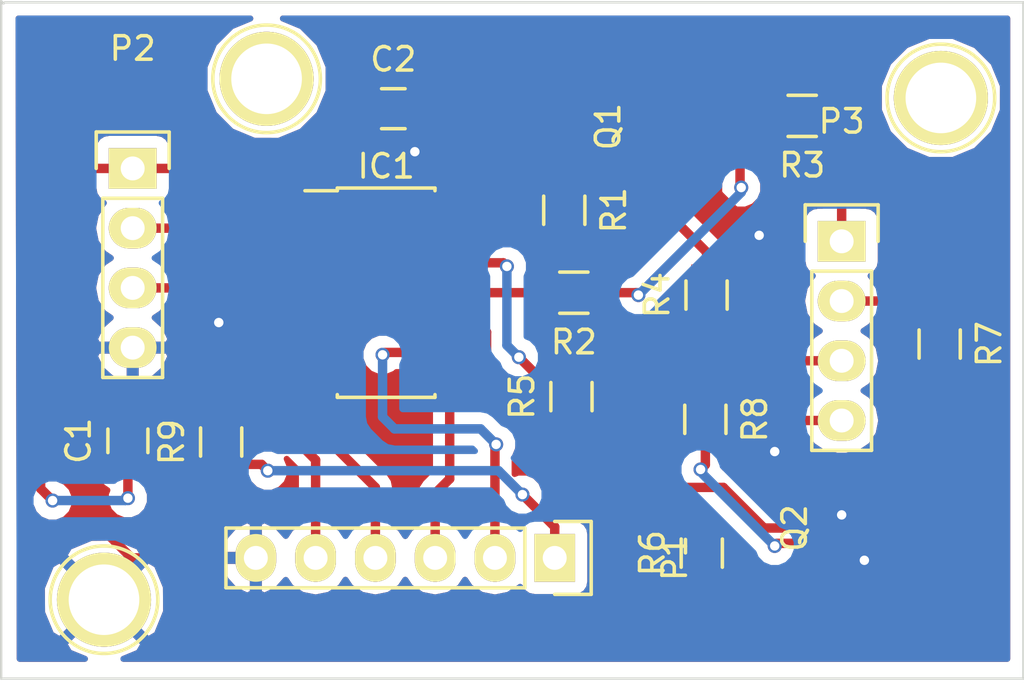
<source format=kicad_pcb>
(kicad_pcb (version 4) (host pcbnew "(2015-07-31 BZR 6030)-product")

  (general
    (links 37)
    (no_connects 0)
    (area 139.903999 77.673999 183.438001 106.577601)
    (thickness 1.6)
    (drawings 5)
    (tracks 175)
    (zones 0)
    (modules 20)
    (nets 27)
  )

  (page A4)
  (layers
    (0 F.Cu signal)
    (31 B.Cu signal)
    (32 B.Adhes user)
    (33 F.Adhes user)
    (34 B.Paste user)
    (35 F.Paste user)
    (36 B.SilkS user)
    (37 F.SilkS user)
    (38 B.Mask user)
    (39 F.Mask user)
    (40 Dwgs.User user)
    (41 Cmts.User user)
    (42 Eco1.User user)
    (43 Eco2.User user)
    (44 Edge.Cuts user)
    (45 Margin user)
    (46 B.CrtYd user)
    (47 F.CrtYd user)
    (48 B.Fab user)
    (49 F.Fab user)
  )

  (setup
    (last_trace_width 0.25)
    (user_trace_width 0.4)
    (trace_clearance 0.2)
    (zone_clearance 0.508)
    (zone_45_only no)
    (trace_min 0.2)
    (segment_width 0.2)
    (edge_width 0.1)
    (via_size 0.6)
    (via_drill 0.4)
    (via_min_size 0.4)
    (via_min_drill 0.3)
    (uvia_size 0.3)
    (uvia_drill 0.1)
    (uvias_allowed no)
    (uvia_min_size 0.2)
    (uvia_min_drill 0.1)
    (pcb_text_width 0.3)
    (pcb_text_size 1.5 1.5)
    (mod_edge_width 0.15)
    (mod_text_size 1 1)
    (mod_text_width 0.15)
    (pad_size 4 4)
    (pad_drill 3)
    (pad_to_mask_clearance 0)
    (aux_axis_origin 0 0)
    (visible_elements FFFFFF7F)
    (pcbplotparams
      (layerselection 0x00030_80000001)
      (usegerberextensions false)
      (excludeedgelayer true)
      (linewidth 0.100000)
      (plotframeref false)
      (viasonmask false)
      (mode 1)
      (useauxorigin false)
      (hpglpennumber 1)
      (hpglpenspeed 20)
      (hpglpendiameter 15)
      (hpglpenoverlay 2)
      (psnegative false)
      (psa4output false)
      (plotreference true)
      (plotvalue true)
      (plotinvisibletext false)
      (padsonsilk false)
      (subtractmaskfromsilk false)
      (outputformat 1)
      (mirror false)
      (drillshape 0)
      (scaleselection 1)
      (outputdirectory ""))
  )

  (net 0 "")
  (net 1 +5V)
  (net 2 GND)
  (net 3 "Net-(IC1-Pad2)")
  (net 4 "Net-(IC1-Pad3)")
  (net 5 "Net-(IC1-Pad4)")
  (net 6 "Net-(IC1-Pad5)")
  (net 7 "Net-(IC1-Pad6)")
  (net 8 "Net-(IC1-Pad7)")
  (net 9 "Net-(IC1-Pad8)")
  (net 10 "Net-(IC1-Pad9)")
  (net 11 /LED3)
  (net 12 /LED2)
  (net 13 /LED1)
  (net 14 /LED0)
  (net 15 /OUT0)
  (net 16 /OUT1)
  (net 17 /OUT2)
  (net 18 /OUT3)
  (net 19 "Net-(Q1-Pad2)")
  (net 20 "Net-(Q1-Pad3)")
  (net 21 "Net-(Q1-Pad5)")
  (net 22 "Net-(Q1-Pad6)")
  (net 23 "Net-(Q2-Pad2)")
  (net 24 "Net-(Q2-Pad3)")
  (net 25 "Net-(Q2-Pad5)")
  (net 26 "Net-(Q2-Pad6)")

  (net_class Default "This is the default net class."
    (clearance 0.2)
    (trace_width 0.25)
    (via_dia 0.6)
    (via_drill 0.4)
    (uvia_dia 0.3)
    (uvia_drill 0.1)
    (add_net +5V)
    (add_net /LED0)
    (add_net /LED1)
    (add_net /LED2)
    (add_net /LED3)
    (add_net /OUT0)
    (add_net /OUT1)
    (add_net /OUT2)
    (add_net /OUT3)
    (add_net GND)
    (add_net "Net-(IC1-Pad2)")
    (add_net "Net-(IC1-Pad3)")
    (add_net "Net-(IC1-Pad4)")
    (add_net "Net-(IC1-Pad5)")
    (add_net "Net-(IC1-Pad6)")
    (add_net "Net-(IC1-Pad7)")
    (add_net "Net-(IC1-Pad8)")
    (add_net "Net-(IC1-Pad9)")
    (add_net "Net-(Q1-Pad2)")
    (add_net "Net-(Q1-Pad3)")
    (add_net "Net-(Q1-Pad5)")
    (add_net "Net-(Q1-Pad6)")
    (add_net "Net-(Q2-Pad2)")
    (add_net "Net-(Q2-Pad3)")
    (add_net "Net-(Q2-Pad5)")
    (add_net "Net-(Q2-Pad6)")
  )

  (module Connect:1pin (layer F.Cu) (tedit 55EE429F) (tstamp 55F09CBB)
    (at 144.3228 103.1748)
    (descr "module 1 pin (ou trou mecanique de percage)")
    (tags DEV)
    (fp_text reference REF** (at 0 -3.048) (layer F.SilkS) hide
      (effects (font (size 1 1) (thickness 0.15)))
    )
    (fp_text value 1pin (at 0 2.794) (layer F.Fab)
      (effects (font (size 1 1) (thickness 0.15)))
    )
    (fp_circle (center 0 0) (end 0 -2.286) (layer F.SilkS) (width 0.15))
    (pad 1 thru_hole circle (at 0 0) (size 4 4) (drill 3) (layers *.Cu *.Mask F.SilkS)
      (net 2 GND))
  )

  (module Connect:1pin (layer F.Cu) (tedit 55EE4296) (tstamp 55F09CB5)
    (at 179.8828 81.8388)
    (descr "module 1 pin (ou trou mecanique de percage)")
    (tags DEV)
    (fp_text reference REF** (at 0 -3.048) (layer F.SilkS) hide
      (effects (font (size 1 1) (thickness 0.15)))
    )
    (fp_text value 1pin (at 0 2.794) (layer F.Fab)
      (effects (font (size 1 1) (thickness 0.15)))
    )
    (fp_circle (center 0 0) (end 0 -2.286) (layer F.SilkS) (width 0.15))
    (pad 1 thru_hole circle (at 0 0) (size 4 4) (drill 3) (layers *.Cu *.Mask F.SilkS))
  )

  (module Capacitors_SMD:C_0805 (layer F.Cu) (tedit 5415D6EA) (tstamp 55DAAB05)
    (at 145.3388 96.4184 90)
    (descr "Capacitor SMD 0805, reflow soldering, AVX (see smccp.pdf)")
    (tags "capacitor 0805")
    (path /55382206)
    (attr smd)
    (fp_text reference C1 (at 0 -2.1 90) (layer F.SilkS)
      (effects (font (size 1 1) (thickness 0.15)))
    )
    (fp_text value 10u (at 0 2.1 90) (layer F.Fab)
      (effects (font (size 1 1) (thickness 0.15)))
    )
    (fp_line (start -1.8 -1) (end 1.8 -1) (layer F.CrtYd) (width 0.05))
    (fp_line (start -1.8 1) (end 1.8 1) (layer F.CrtYd) (width 0.05))
    (fp_line (start -1.8 -1) (end -1.8 1) (layer F.CrtYd) (width 0.05))
    (fp_line (start 1.8 -1) (end 1.8 1) (layer F.CrtYd) (width 0.05))
    (fp_line (start 0.5 -0.85) (end -0.5 -0.85) (layer F.SilkS) (width 0.15))
    (fp_line (start -0.5 0.85) (end 0.5 0.85) (layer F.SilkS) (width 0.15))
    (pad 1 smd rect (at -1 0 90) (size 1 1.25) (layers F.Cu F.Paste F.Mask)
      (net 1 +5V))
    (pad 2 smd rect (at 1 0 90) (size 1 1.25) (layers F.Cu F.Paste F.Mask)
      (net 2 GND))
    (model Capacitors_SMD.3dshapes/C_0805.wrl
      (at (xyz 0 0 0))
      (scale (xyz 1 1 1))
      (rotate (xyz 0 0 0))
    )
  )

  (module Capacitors_SMD:C_0805 (layer F.Cu) (tedit 5415D6EA) (tstamp 55DAAB11)
    (at 156.6164 82.296)
    (descr "Capacitor SMD 0805, reflow soldering, AVX (see smccp.pdf)")
    (tags "capacitor 0805")
    (path /55382179)
    (attr smd)
    (fp_text reference C2 (at 0 -2.1) (layer F.SilkS)
      (effects (font (size 1 1) (thickness 0.15)))
    )
    (fp_text value 0.1u (at 0 2.1) (layer F.Fab)
      (effects (font (size 1 1) (thickness 0.15)))
    )
    (fp_line (start -1.8 -1) (end 1.8 -1) (layer F.CrtYd) (width 0.05))
    (fp_line (start -1.8 1) (end 1.8 1) (layer F.CrtYd) (width 0.05))
    (fp_line (start -1.8 -1) (end -1.8 1) (layer F.CrtYd) (width 0.05))
    (fp_line (start 1.8 -1) (end 1.8 1) (layer F.CrtYd) (width 0.05))
    (fp_line (start 0.5 -0.85) (end -0.5 -0.85) (layer F.SilkS) (width 0.15))
    (fp_line (start -0.5 0.85) (end 0.5 0.85) (layer F.SilkS) (width 0.15))
    (pad 1 smd rect (at -1 0) (size 1 1.25) (layers F.Cu F.Paste F.Mask)
      (net 1 +5V))
    (pad 2 smd rect (at 1 0) (size 1 1.25) (layers F.Cu F.Paste F.Mask)
      (net 2 GND))
    (model Capacitors_SMD.3dshapes/C_0805.wrl
      (at (xyz 0 0 0))
      (scale (xyz 1 1 1))
      (rotate (xyz 0 0 0))
    )
  )

  (module Housings_SOIC:SOIC-14_3.9x8.7mm_Pitch1.27mm (layer F.Cu) (tedit 54130A77) (tstamp 55DAAB2E)
    (at 156.3116 90.1192)
    (descr "14-Lead Plastic Small Outline (SL) - Narrow, 3.90 mm Body [SOIC] (see Microchip Packaging Specification 00000049BS.pdf)")
    (tags "SOIC 1.27")
    (path /55379930)
    (attr smd)
    (fp_text reference IC1 (at 0 -5.375) (layer F.SilkS)
      (effects (font (size 1 1) (thickness 0.15)))
    )
    (fp_text value ATTINY24-SS (at 0 5.375) (layer F.Fab)
      (effects (font (size 1 1) (thickness 0.15)))
    )
    (fp_line (start -3.7 -4.65) (end -3.7 4.65) (layer F.CrtYd) (width 0.05))
    (fp_line (start 3.7 -4.65) (end 3.7 4.65) (layer F.CrtYd) (width 0.05))
    (fp_line (start -3.7 -4.65) (end 3.7 -4.65) (layer F.CrtYd) (width 0.05))
    (fp_line (start -3.7 4.65) (end 3.7 4.65) (layer F.CrtYd) (width 0.05))
    (fp_line (start -2.075 -4.45) (end -2.075 -4.335) (layer F.SilkS) (width 0.15))
    (fp_line (start 2.075 -4.45) (end 2.075 -4.335) (layer F.SilkS) (width 0.15))
    (fp_line (start 2.075 4.45) (end 2.075 4.335) (layer F.SilkS) (width 0.15))
    (fp_line (start -2.075 4.45) (end -2.075 4.335) (layer F.SilkS) (width 0.15))
    (fp_line (start -2.075 -4.45) (end 2.075 -4.45) (layer F.SilkS) (width 0.15))
    (fp_line (start -2.075 4.45) (end 2.075 4.45) (layer F.SilkS) (width 0.15))
    (fp_line (start -2.075 -4.335) (end -3.45 -4.335) (layer F.SilkS) (width 0.15))
    (pad 1 smd rect (at -2.7 -3.81) (size 1.5 0.6) (layers F.Cu F.Paste F.Mask)
      (net 1 +5V))
    (pad 2 smd rect (at -2.7 -2.54) (size 1.5 0.6) (layers F.Cu F.Paste F.Mask)
      (net 3 "Net-(IC1-Pad2)"))
    (pad 3 smd rect (at -2.7 -1.27) (size 1.5 0.6) (layers F.Cu F.Paste F.Mask)
      (net 4 "Net-(IC1-Pad3)"))
    (pad 4 smd rect (at -2.7 0) (size 1.5 0.6) (layers F.Cu F.Paste F.Mask)
      (net 5 "Net-(IC1-Pad4)"))
    (pad 5 smd rect (at -2.7 1.27) (size 1.5 0.6) (layers F.Cu F.Paste F.Mask)
      (net 6 "Net-(IC1-Pad5)"))
    (pad 6 smd rect (at -2.7 2.54) (size 1.5 0.6) (layers F.Cu F.Paste F.Mask)
      (net 7 "Net-(IC1-Pad6)"))
    (pad 7 smd rect (at -2.7 3.81) (size 1.5 0.6) (layers F.Cu F.Paste F.Mask)
      (net 8 "Net-(IC1-Pad7)"))
    (pad 8 smd rect (at 2.7 3.81) (size 1.5 0.6) (layers F.Cu F.Paste F.Mask)
      (net 9 "Net-(IC1-Pad8)"))
    (pad 9 smd rect (at 2.7 2.54) (size 1.5 0.6) (layers F.Cu F.Paste F.Mask)
      (net 10 "Net-(IC1-Pad9)"))
    (pad 10 smd rect (at 2.7 1.27) (size 1.5 0.6) (layers F.Cu F.Paste F.Mask)
      (net 11 /LED3))
    (pad 11 smd rect (at 2.7 0) (size 1.5 0.6) (layers F.Cu F.Paste F.Mask)
      (net 12 /LED2))
    (pad 12 smd rect (at 2.7 -1.27) (size 1.5 0.6) (layers F.Cu F.Paste F.Mask)
      (net 13 /LED1))
    (pad 13 smd rect (at 2.7 -2.54) (size 1.5 0.6) (layers F.Cu F.Paste F.Mask)
      (net 14 /LED0))
    (pad 14 smd rect (at 2.7 -3.81) (size 1.5 0.6) (layers F.Cu F.Paste F.Mask)
      (net 2 GND))
    (model Housings_SOIC.3dshapes/SOIC-14_3.9x8.7mm_Pitch1.27mm.wrl
      (at (xyz 0 0 0))
      (scale (xyz 1 1 1))
      (rotate (xyz 0 0 0))
    )
  )

  (module Pin_Headers:Pin_Header_Straight_1x06 (layer F.Cu) (tedit 0) (tstamp 55DAAB43)
    (at 163.4744 101.3968 270)
    (descr "Through hole pin header")
    (tags "pin header")
    (path /5537C856)
    (fp_text reference P1 (at 0 -5.1 270) (layer F.SilkS)
      (effects (font (size 1 1) (thickness 0.15)))
    )
    (fp_text value PROG_PINS (at 0 -3.1 270) (layer F.Fab)
      (effects (font (size 1 1) (thickness 0.15)))
    )
    (fp_line (start -1.75 -1.75) (end -1.75 14.45) (layer F.CrtYd) (width 0.05))
    (fp_line (start 1.75 -1.75) (end 1.75 14.45) (layer F.CrtYd) (width 0.05))
    (fp_line (start -1.75 -1.75) (end 1.75 -1.75) (layer F.CrtYd) (width 0.05))
    (fp_line (start -1.75 14.45) (end 1.75 14.45) (layer F.CrtYd) (width 0.05))
    (fp_line (start 1.27 1.27) (end 1.27 13.97) (layer F.SilkS) (width 0.15))
    (fp_line (start 1.27 13.97) (end -1.27 13.97) (layer F.SilkS) (width 0.15))
    (fp_line (start -1.27 13.97) (end -1.27 1.27) (layer F.SilkS) (width 0.15))
    (fp_line (start 1.55 -1.55) (end 1.55 0) (layer F.SilkS) (width 0.15))
    (fp_line (start 1.27 1.27) (end -1.27 1.27) (layer F.SilkS) (width 0.15))
    (fp_line (start -1.55 0) (end -1.55 -1.55) (layer F.SilkS) (width 0.15))
    (fp_line (start -1.55 -1.55) (end 1.55 -1.55) (layer F.SilkS) (width 0.15))
    (pad 1 thru_hole rect (at 0 0 270) (size 2.032 1.7272) (drill 1.016) (layers *.Cu *.Mask F.SilkS)
      (net 1 +5V))
    (pad 2 thru_hole oval (at 0 2.54 270) (size 2.032 1.7272) (drill 1.016) (layers *.Cu *.Mask F.SilkS)
      (net 10 "Net-(IC1-Pad9)"))
    (pad 3 thru_hole oval (at 0 5.08 270) (size 2.032 1.7272) (drill 1.016) (layers *.Cu *.Mask F.SilkS)
      (net 9 "Net-(IC1-Pad8)"))
    (pad 4 thru_hole oval (at 0 7.62 270) (size 2.032 1.7272) (drill 1.016) (layers *.Cu *.Mask F.SilkS)
      (net 8 "Net-(IC1-Pad7)"))
    (pad 5 thru_hole oval (at 0 10.16 270) (size 2.032 1.7272) (drill 1.016) (layers *.Cu *.Mask F.SilkS)
      (net 5 "Net-(IC1-Pad4)"))
    (pad 6 thru_hole oval (at 0 12.7 270) (size 2.032 1.7272) (drill 1.016) (layers *.Cu *.Mask F.SilkS)
      (net 2 GND))
    (model Pin_Headers.3dshapes/Pin_Header_Straight_1x06.wrl
      (at (xyz 0 -0.25 0))
      (scale (xyz 1 1 1))
      (rotate (xyz 0 0 90))
    )
  )

  (module Pin_Headers:Pin_Header_Straight_1x04 (layer F.Cu) (tedit 0) (tstamp 55DAAB56)
    (at 145.542 84.836)
    (descr "Through hole pin header")
    (tags "pin header")
    (path /5537A0D3)
    (fp_text reference P2 (at 0 -5.1) (layer F.SilkS)
      (effects (font (size 1 1) (thickness 0.15)))
    )
    (fp_text value GPIO (at 0 -3.1) (layer F.Fab)
      (effects (font (size 1 1) (thickness 0.15)))
    )
    (fp_line (start -1.75 -1.75) (end -1.75 9.4) (layer F.CrtYd) (width 0.05))
    (fp_line (start 1.75 -1.75) (end 1.75 9.4) (layer F.CrtYd) (width 0.05))
    (fp_line (start -1.75 -1.75) (end 1.75 -1.75) (layer F.CrtYd) (width 0.05))
    (fp_line (start -1.75 9.4) (end 1.75 9.4) (layer F.CrtYd) (width 0.05))
    (fp_line (start -1.27 1.27) (end -1.27 8.89) (layer F.SilkS) (width 0.15))
    (fp_line (start 1.27 1.27) (end 1.27 8.89) (layer F.SilkS) (width 0.15))
    (fp_line (start 1.55 -1.55) (end 1.55 0) (layer F.SilkS) (width 0.15))
    (fp_line (start -1.27 8.89) (end 1.27 8.89) (layer F.SilkS) (width 0.15))
    (fp_line (start 1.27 1.27) (end -1.27 1.27) (layer F.SilkS) (width 0.15))
    (fp_line (start -1.55 0) (end -1.55 -1.55) (layer F.SilkS) (width 0.15))
    (fp_line (start -1.55 -1.55) (end 1.55 -1.55) (layer F.SilkS) (width 0.15))
    (pad 1 thru_hole rect (at 0 0) (size 2.032 1.7272) (drill 1.016) (layers *.Cu *.Mask F.SilkS)
      (net 1 +5V))
    (pad 2 thru_hole oval (at 0 2.54) (size 2.032 1.7272) (drill 1.016) (layers *.Cu *.Mask F.SilkS)
      (net 3 "Net-(IC1-Pad2)"))
    (pad 3 thru_hole oval (at 0 5.08) (size 2.032 1.7272) (drill 1.016) (layers *.Cu *.Mask F.SilkS)
      (net 4 "Net-(IC1-Pad3)"))
    (pad 4 thru_hole oval (at 0 7.62) (size 2.032 1.7272) (drill 1.016) (layers *.Cu *.Mask F.SilkS)
      (net 2 GND))
    (model Pin_Headers.3dshapes/Pin_Header_Straight_1x04.wrl
      (at (xyz 0 -0.15 0))
      (scale (xyz 1 1 1))
      (rotate (xyz 0 0 90))
    )
  )

  (module Pin_Headers:Pin_Header_Straight_1x04 (layer F.Cu) (tedit 0) (tstamp 55DAAB69)
    (at 175.6664 87.9348)
    (descr "Through hole pin header")
    (tags "pin header")
    (path /553803F0)
    (fp_text reference P3 (at 0 -5.1) (layer F.SilkS)
      (effects (font (size 1 1) (thickness 0.15)))
    )
    (fp_text value OUT (at 0 -3.1) (layer F.Fab)
      (effects (font (size 1 1) (thickness 0.15)))
    )
    (fp_line (start -1.75 -1.75) (end -1.75 9.4) (layer F.CrtYd) (width 0.05))
    (fp_line (start 1.75 -1.75) (end 1.75 9.4) (layer F.CrtYd) (width 0.05))
    (fp_line (start -1.75 -1.75) (end 1.75 -1.75) (layer F.CrtYd) (width 0.05))
    (fp_line (start -1.75 9.4) (end 1.75 9.4) (layer F.CrtYd) (width 0.05))
    (fp_line (start -1.27 1.27) (end -1.27 8.89) (layer F.SilkS) (width 0.15))
    (fp_line (start 1.27 1.27) (end 1.27 8.89) (layer F.SilkS) (width 0.15))
    (fp_line (start 1.55 -1.55) (end 1.55 0) (layer F.SilkS) (width 0.15))
    (fp_line (start -1.27 8.89) (end 1.27 8.89) (layer F.SilkS) (width 0.15))
    (fp_line (start 1.27 1.27) (end -1.27 1.27) (layer F.SilkS) (width 0.15))
    (fp_line (start -1.55 0) (end -1.55 -1.55) (layer F.SilkS) (width 0.15))
    (fp_line (start -1.55 -1.55) (end 1.55 -1.55) (layer F.SilkS) (width 0.15))
    (pad 1 thru_hole rect (at 0 0) (size 2.032 1.7272) (drill 1.016) (layers *.Cu *.Mask F.SilkS)
      (net 15 /OUT0))
    (pad 2 thru_hole oval (at 0 2.54) (size 2.032 1.7272) (drill 1.016) (layers *.Cu *.Mask F.SilkS)
      (net 16 /OUT1))
    (pad 3 thru_hole oval (at 0 5.08) (size 2.032 1.7272) (drill 1.016) (layers *.Cu *.Mask F.SilkS)
      (net 17 /OUT2))
    (pad 4 thru_hole oval (at 0 7.62) (size 2.032 1.7272) (drill 1.016) (layers *.Cu *.Mask F.SilkS)
      (net 18 /OUT3))
    (model Pin_Headers.3dshapes/Pin_Header_Straight_1x04.wrl
      (at (xyz 0 -0.15 0))
      (scale (xyz 1 1 1))
      (rotate (xyz 0 0 90))
    )
  )

  (module custom_footprints:SOT-363 (layer F.Cu) (tedit 5537D62E) (tstamp 55DAAB73)
    (at 167.7416 83.058 270)
    (path /55380003)
    (fp_text reference Q1 (at 0 2 270) (layer F.SilkS)
      (effects (font (size 1 1) (thickness 0.15)))
    )
    (fp_text value BC847S (at 0 -2 270) (layer F.Fab)
      (effects (font (size 1 1) (thickness 0.15)))
    )
    (pad 1 smd rect (at -0.65 0.95 270) (size 0.4 0.8) (layers F.Cu F.Paste F.Mask)
      (net 2 GND))
    (pad 2 smd rect (at 0 0.95 270) (size 0.4 0.8) (layers F.Cu F.Paste F.Mask)
      (net 19 "Net-(Q1-Pad2)"))
    (pad 3 smd rect (at 0.65 0.95 270) (size 0.4 0.8) (layers F.Cu F.Paste F.Mask)
      (net 20 "Net-(Q1-Pad3)"))
    (pad 4 smd rect (at 0.65 -0.95 270) (size 0.4 0.8) (layers F.Cu F.Paste F.Mask)
      (net 2 GND))
    (pad 5 smd rect (at 0 -0.95 270) (size 0.4 0.8) (layers F.Cu F.Paste F.Mask)
      (net 21 "Net-(Q1-Pad5)"))
    (pad 6 smd rect (at -0.65 -0.95 270) (size 0.4 0.8) (layers F.Cu F.Paste F.Mask)
      (net 22 "Net-(Q1-Pad6)"))
  )

  (module custom_footprints:SOT-363 (layer F.Cu) (tedit 5537D62E) (tstamp 55DAAB7D)
    (at 175.6664 100.1268 270)
    (path /5538008D)
    (fp_text reference Q2 (at 0 2 270) (layer F.SilkS)
      (effects (font (size 1 1) (thickness 0.15)))
    )
    (fp_text value BC847S (at 0 -2 270) (layer F.Fab)
      (effects (font (size 1 1) (thickness 0.15)))
    )
    (pad 1 smd rect (at -0.65 0.95 270) (size 0.4 0.8) (layers F.Cu F.Paste F.Mask)
      (net 2 GND))
    (pad 2 smd rect (at 0 0.95 270) (size 0.4 0.8) (layers F.Cu F.Paste F.Mask)
      (net 23 "Net-(Q2-Pad2)"))
    (pad 3 smd rect (at 0.65 0.95 270) (size 0.4 0.8) (layers F.Cu F.Paste F.Mask)
      (net 24 "Net-(Q2-Pad3)"))
    (pad 4 smd rect (at 0.65 -0.95 270) (size 0.4 0.8) (layers F.Cu F.Paste F.Mask)
      (net 2 GND))
    (pad 5 smd rect (at 0 -0.95 270) (size 0.4 0.8) (layers F.Cu F.Paste F.Mask)
      (net 25 "Net-(Q2-Pad5)"))
    (pad 6 smd rect (at -0.65 -0.95 270) (size 0.4 0.8) (layers F.Cu F.Paste F.Mask)
      (net 26 "Net-(Q2-Pad6)"))
  )

  (module Resistors_SMD:R_0805 (layer F.Cu) (tedit 5415CDEB) (tstamp 55DAAB89)
    (at 163.8808 86.614 270)
    (descr "Resistor SMD 0805, reflow soldering, Vishay (see dcrcw.pdf)")
    (tags "resistor 0805")
    (path /5537B59C)
    (attr smd)
    (fp_text reference R1 (at 0 -2.1 270) (layer F.SilkS)
      (effects (font (size 1 1) (thickness 0.15)))
    )
    (fp_text value 0 (at 0 2.1 270) (layer F.Fab)
      (effects (font (size 1 1) (thickness 0.15)))
    )
    (fp_line (start -1.6 -1) (end 1.6 -1) (layer F.CrtYd) (width 0.05))
    (fp_line (start -1.6 1) (end 1.6 1) (layer F.CrtYd) (width 0.05))
    (fp_line (start -1.6 -1) (end -1.6 1) (layer F.CrtYd) (width 0.05))
    (fp_line (start 1.6 -1) (end 1.6 1) (layer F.CrtYd) (width 0.05))
    (fp_line (start 0.6 0.875) (end -0.6 0.875) (layer F.SilkS) (width 0.15))
    (fp_line (start -0.6 -0.875) (end 0.6 -0.875) (layer F.SilkS) (width 0.15))
    (pad 1 smd rect (at -0.95 0 270) (size 0.7 1.3) (layers F.Cu F.Paste F.Mask)
      (net 19 "Net-(Q1-Pad2)"))
    (pad 2 smd rect (at 0.95 0 270) (size 0.7 1.3) (layers F.Cu F.Paste F.Mask)
      (net 14 /LED0))
    (model Resistors_SMD.3dshapes/R_0805.wrl
      (at (xyz 0 0 0))
      (scale (xyz 1 1 1))
      (rotate (xyz 0 0 0))
    )
  )

  (module Resistors_SMD:R_0805 (layer F.Cu) (tedit 5415CDEB) (tstamp 55DAAB95)
    (at 164.2872 90.1192 180)
    (descr "Resistor SMD 0805, reflow soldering, Vishay (see dcrcw.pdf)")
    (tags "resistor 0805")
    (path /55381214)
    (attr smd)
    (fp_text reference R2 (at 0 -2.1 180) (layer F.SilkS)
      (effects (font (size 1 1) (thickness 0.15)))
    )
    (fp_text value 0 (at 0 2.1 180) (layer F.Fab)
      (effects (font (size 1 1) (thickness 0.15)))
    )
    (fp_line (start -1.6 -1) (end 1.6 -1) (layer F.CrtYd) (width 0.05))
    (fp_line (start -1.6 1) (end 1.6 1) (layer F.CrtYd) (width 0.05))
    (fp_line (start -1.6 -1) (end -1.6 1) (layer F.CrtYd) (width 0.05))
    (fp_line (start 1.6 -1) (end 1.6 1) (layer F.CrtYd) (width 0.05))
    (fp_line (start 0.6 0.875) (end -0.6 0.875) (layer F.SilkS) (width 0.15))
    (fp_line (start -0.6 -0.875) (end 0.6 -0.875) (layer F.SilkS) (width 0.15))
    (pad 1 smd rect (at -0.95 0 180) (size 0.7 1.3) (layers F.Cu F.Paste F.Mask)
      (net 21 "Net-(Q1-Pad5)"))
    (pad 2 smd rect (at 0.95 0 180) (size 0.7 1.3) (layers F.Cu F.Paste F.Mask)
      (net 12 /LED2))
    (model Resistors_SMD.3dshapes/R_0805.wrl
      (at (xyz 0 0 0))
      (scale (xyz 1 1 1))
      (rotate (xyz 0 0 0))
    )
  )

  (module Resistors_SMD:R_0805 (layer F.Cu) (tedit 5415CDEB) (tstamp 55DAABA1)
    (at 173.99 82.6008 180)
    (descr "Resistor SMD 0805, reflow soldering, Vishay (see dcrcw.pdf)")
    (tags "resistor 0805")
    (path /5537B349)
    (attr smd)
    (fp_text reference R3 (at 0 -2.1 180) (layer F.SilkS)
      (effects (font (size 1 1) (thickness 0.15)))
    )
    (fp_text value 90 (at 0 2.1 180) (layer F.Fab)
      (effects (font (size 1 1) (thickness 0.15)))
    )
    (fp_line (start -1.6 -1) (end 1.6 -1) (layer F.CrtYd) (width 0.05))
    (fp_line (start -1.6 1) (end 1.6 1) (layer F.CrtYd) (width 0.05))
    (fp_line (start -1.6 -1) (end -1.6 1) (layer F.CrtYd) (width 0.05))
    (fp_line (start 1.6 -1) (end 1.6 1) (layer F.CrtYd) (width 0.05))
    (fp_line (start 0.6 0.875) (end -0.6 0.875) (layer F.SilkS) (width 0.15))
    (fp_line (start -0.6 -0.875) (end 0.6 -0.875) (layer F.SilkS) (width 0.15))
    (pad 1 smd rect (at -0.95 0 180) (size 0.7 1.3) (layers F.Cu F.Paste F.Mask)
      (net 15 /OUT0))
    (pad 2 smd rect (at 0.95 0 180) (size 0.7 1.3) (layers F.Cu F.Paste F.Mask)
      (net 22 "Net-(Q1-Pad6)"))
    (model Resistors_SMD.3dshapes/R_0805.wrl
      (at (xyz 0 0 0))
      (scale (xyz 1 1 1))
      (rotate (xyz 0 0 0))
    )
  )

  (module Resistors_SMD:R_0805 (layer F.Cu) (tedit 5415CDEB) (tstamp 55DAABAD)
    (at 169.926 90.2208 90)
    (descr "Resistor SMD 0805, reflow soldering, Vishay (see dcrcw.pdf)")
    (tags "resistor 0805")
    (path /5537BF69)
    (attr smd)
    (fp_text reference R4 (at 0 -2.1 90) (layer F.SilkS)
      (effects (font (size 1 1) (thickness 0.15)))
    )
    (fp_text value 90 (at 0 2.1 90) (layer F.Fab)
      (effects (font (size 1 1) (thickness 0.15)))
    )
    (fp_line (start -1.6 -1) (end 1.6 -1) (layer F.CrtYd) (width 0.05))
    (fp_line (start -1.6 1) (end 1.6 1) (layer F.CrtYd) (width 0.05))
    (fp_line (start -1.6 -1) (end -1.6 1) (layer F.CrtYd) (width 0.05))
    (fp_line (start 1.6 -1) (end 1.6 1) (layer F.CrtYd) (width 0.05))
    (fp_line (start 0.6 0.875) (end -0.6 0.875) (layer F.SilkS) (width 0.15))
    (fp_line (start -0.6 -0.875) (end 0.6 -0.875) (layer F.SilkS) (width 0.15))
    (pad 1 smd rect (at -0.95 0 90) (size 0.7 1.3) (layers F.Cu F.Paste F.Mask)
      (net 17 /OUT2))
    (pad 2 smd rect (at 0.95 0 90) (size 0.7 1.3) (layers F.Cu F.Paste F.Mask)
      (net 20 "Net-(Q1-Pad3)"))
    (model Resistors_SMD.3dshapes/R_0805.wrl
      (at (xyz 0 0 0))
      (scale (xyz 1 1 1))
      (rotate (xyz 0 0 0))
    )
  )

  (module Resistors_SMD:R_0805 (layer F.Cu) (tedit 5415CDEB) (tstamp 55DAABB9)
    (at 164.1856 94.5388 90)
    (descr "Resistor SMD 0805, reflow soldering, Vishay (see dcrcw.pdf)")
    (tags "resistor 0805")
    (path /553812FA)
    (attr smd)
    (fp_text reference R5 (at 0 -2.1 90) (layer F.SilkS)
      (effects (font (size 1 1) (thickness 0.15)))
    )
    (fp_text value 0 (at 0 2.1 90) (layer F.Fab)
      (effects (font (size 1 1) (thickness 0.15)))
    )
    (fp_line (start -1.6 -1) (end 1.6 -1) (layer F.CrtYd) (width 0.05))
    (fp_line (start -1.6 1) (end 1.6 1) (layer F.CrtYd) (width 0.05))
    (fp_line (start -1.6 -1) (end -1.6 1) (layer F.CrtYd) (width 0.05))
    (fp_line (start 1.6 -1) (end 1.6 1) (layer F.CrtYd) (width 0.05))
    (fp_line (start 0.6 0.875) (end -0.6 0.875) (layer F.SilkS) (width 0.15))
    (fp_line (start -0.6 -0.875) (end 0.6 -0.875) (layer F.SilkS) (width 0.15))
    (pad 1 smd rect (at -0.95 0 90) (size 0.7 1.3) (layers F.Cu F.Paste F.Mask)
      (net 23 "Net-(Q2-Pad2)"))
    (pad 2 smd rect (at 0.95 0 90) (size 0.7 1.3) (layers F.Cu F.Paste F.Mask)
      (net 13 /LED1))
    (model Resistors_SMD.3dshapes/R_0805.wrl
      (at (xyz 0 0 0))
      (scale (xyz 1 1 1))
      (rotate (xyz 0 0 0))
    )
  )

  (module Resistors_SMD:R_0805 (layer F.Cu) (tedit 5415CDEB) (tstamp 55DAABC5)
    (at 169.7228 101.1936 90)
    (descr "Resistor SMD 0805, reflow soldering, Vishay (see dcrcw.pdf)")
    (tags "resistor 0805")
    (path /5538127C)
    (attr smd)
    (fp_text reference R6 (at 0 -2.1 90) (layer F.SilkS)
      (effects (font (size 1 1) (thickness 0.15)))
    )
    (fp_text value 0 (at 0 2.1 90) (layer F.Fab)
      (effects (font (size 1 1) (thickness 0.15)))
    )
    (fp_line (start -1.6 -1) (end 1.6 -1) (layer F.CrtYd) (width 0.05))
    (fp_line (start -1.6 1) (end 1.6 1) (layer F.CrtYd) (width 0.05))
    (fp_line (start -1.6 -1) (end -1.6 1) (layer F.CrtYd) (width 0.05))
    (fp_line (start 1.6 -1) (end 1.6 1) (layer F.CrtYd) (width 0.05))
    (fp_line (start 0.6 0.875) (end -0.6 0.875) (layer F.SilkS) (width 0.15))
    (fp_line (start -0.6 -0.875) (end 0.6 -0.875) (layer F.SilkS) (width 0.15))
    (pad 1 smd rect (at -0.95 0 90) (size 0.7 1.3) (layers F.Cu F.Paste F.Mask)
      (net 25 "Net-(Q2-Pad5)"))
    (pad 2 smd rect (at 0.95 0 90) (size 0.7 1.3) (layers F.Cu F.Paste F.Mask)
      (net 11 /LED3))
    (model Resistors_SMD.3dshapes/R_0805.wrl
      (at (xyz 0 0 0))
      (scale (xyz 1 1 1))
      (rotate (xyz 0 0 0))
    )
  )

  (module Resistors_SMD:R_0805 (layer F.Cu) (tedit 5415CDEB) (tstamp 55DAABD1)
    (at 179.832 92.3036 270)
    (descr "Resistor SMD 0805, reflow soldering, Vishay (see dcrcw.pdf)")
    (tags "resistor 0805")
    (path /5537BF03)
    (attr smd)
    (fp_text reference R7 (at 0 -2.1 270) (layer F.SilkS)
      (effects (font (size 1 1) (thickness 0.15)))
    )
    (fp_text value 90 (at 0 2.1 270) (layer F.Fab)
      (effects (font (size 1 1) (thickness 0.15)))
    )
    (fp_line (start -1.6 -1) (end 1.6 -1) (layer F.CrtYd) (width 0.05))
    (fp_line (start -1.6 1) (end 1.6 1) (layer F.CrtYd) (width 0.05))
    (fp_line (start -1.6 -1) (end -1.6 1) (layer F.CrtYd) (width 0.05))
    (fp_line (start 1.6 -1) (end 1.6 1) (layer F.CrtYd) (width 0.05))
    (fp_line (start 0.6 0.875) (end -0.6 0.875) (layer F.SilkS) (width 0.15))
    (fp_line (start -0.6 -0.875) (end 0.6 -0.875) (layer F.SilkS) (width 0.15))
    (pad 1 smd rect (at -0.95 0 270) (size 0.7 1.3) (layers F.Cu F.Paste F.Mask)
      (net 16 /OUT1))
    (pad 2 smd rect (at 0.95 0 270) (size 0.7 1.3) (layers F.Cu F.Paste F.Mask)
      (net 26 "Net-(Q2-Pad6)"))
    (model Resistors_SMD.3dshapes/R_0805.wrl
      (at (xyz 0 0 0))
      (scale (xyz 1 1 1))
      (rotate (xyz 0 0 0))
    )
  )

  (module Resistors_SMD:R_0805 (layer F.Cu) (tedit 5415CDEB) (tstamp 55DAABDD)
    (at 169.8752 95.504 270)
    (descr "Resistor SMD 0805, reflow soldering, Vishay (see dcrcw.pdf)")
    (tags "resistor 0805")
    (path /5537BFC1)
    (attr smd)
    (fp_text reference R8 (at 0 -2.1 270) (layer F.SilkS)
      (effects (font (size 1 1) (thickness 0.15)))
    )
    (fp_text value 90 (at 0 2.1 270) (layer F.Fab)
      (effects (font (size 1 1) (thickness 0.15)))
    )
    (fp_line (start -1.6 -1) (end 1.6 -1) (layer F.CrtYd) (width 0.05))
    (fp_line (start -1.6 1) (end 1.6 1) (layer F.CrtYd) (width 0.05))
    (fp_line (start -1.6 -1) (end -1.6 1) (layer F.CrtYd) (width 0.05))
    (fp_line (start 1.6 -1) (end 1.6 1) (layer F.CrtYd) (width 0.05))
    (fp_line (start 0.6 0.875) (end -0.6 0.875) (layer F.SilkS) (width 0.15))
    (fp_line (start -0.6 -0.875) (end 0.6 -0.875) (layer F.SilkS) (width 0.15))
    (pad 1 smd rect (at -0.95 0 270) (size 0.7 1.3) (layers F.Cu F.Paste F.Mask)
      (net 18 /OUT3))
    (pad 2 smd rect (at 0.95 0 270) (size 0.7 1.3) (layers F.Cu F.Paste F.Mask)
      (net 24 "Net-(Q2-Pad3)"))
    (model Resistors_SMD.3dshapes/R_0805.wrl
      (at (xyz 0 0 0))
      (scale (xyz 1 1 1))
      (rotate (xyz 0 0 0))
    )
  )

  (module Resistors_SMD:R_0805 (layer F.Cu) (tedit 5415CDEB) (tstamp 55DAABE9)
    (at 149.3012 96.4692 90)
    (descr "Resistor SMD 0805, reflow soldering, Vishay (see dcrcw.pdf)")
    (tags "resistor 0805")
    (path /5537CCE6)
    (attr smd)
    (fp_text reference R9 (at 0 -2.1 90) (layer F.SilkS)
      (effects (font (size 1 1) (thickness 0.15)))
    )
    (fp_text value 33k (at 0 2.1 90) (layer F.Fab)
      (effects (font (size 1 1) (thickness 0.15)))
    )
    (fp_line (start -1.6 -1) (end 1.6 -1) (layer F.CrtYd) (width 0.05))
    (fp_line (start -1.6 1) (end 1.6 1) (layer F.CrtYd) (width 0.05))
    (fp_line (start -1.6 -1) (end -1.6 1) (layer F.CrtYd) (width 0.05))
    (fp_line (start 1.6 -1) (end 1.6 1) (layer F.CrtYd) (width 0.05))
    (fp_line (start 0.6 0.875) (end -0.6 0.875) (layer F.SilkS) (width 0.15))
    (fp_line (start -0.6 -0.875) (end 0.6 -0.875) (layer F.SilkS) (width 0.15))
    (pad 1 smd rect (at -0.95 0 90) (size 0.7 1.3) (layers F.Cu F.Paste F.Mask)
      (net 1 +5V))
    (pad 2 smd rect (at 0.95 0 90) (size 0.7 1.3) (layers F.Cu F.Paste F.Mask)
      (net 5 "Net-(IC1-Pad4)"))
    (model Resistors_SMD.3dshapes/R_0805.wrl
      (at (xyz 0 0 0))
      (scale (xyz 1 1 1))
      (rotate (xyz 0 0 0))
    )
  )

  (module Connect:1pin (layer F.Cu) (tedit 55EE428D) (tstamp 55F09C8C)
    (at 151.2316 81.026)
    (descr "module 1 pin (ou trou mecanique de percage)")
    (tags DEV)
    (fp_text reference REF** (at 0 -3.048) (layer F.SilkS) hide
      (effects (font (size 1 1) (thickness 0.15)))
    )
    (fp_text value 1pin (at 0 2.794) (layer F.Fab)
      (effects (font (size 1 1) (thickness 0.15)))
    )
    (fp_circle (center 0 0) (end 0 -2.286) (layer F.SilkS) (width 0.15))
    (pad 1 thru_hole circle (at 0 0) (size 4 4) (drill 3) (layers *.Cu *.Mask F.SilkS))
  )

  (gr_line (start 139.954 77.724) (end 140.0556 77.8256) (angle 90) (layer Edge.Cuts) (width 0.1))
  (gr_line (start 139.954 106.5276) (end 139.954 77.724) (angle 90) (layer Edge.Cuts) (width 0.1))
  (gr_line (start 183.388 106.5276) (end 139.954 106.5276) (angle 90) (layer Edge.Cuts) (width 0.1))
  (gr_line (start 183.388 77.7748) (end 183.388 106.5276) (angle 90) (layer Edge.Cuts) (width 0.1))
  (gr_line (start 140.1064 77.7748) (end 183.388 77.7748) (angle 90) (layer Edge.Cuts) (width 0.1))

  (segment (start 145.3388 97.4184) (end 145.3388 98.8568) (width 0.4) (layer F.Cu) (net 1))
  (segment (start 142.748 84.836) (end 145.542 84.836) (width 0.4) (layer F.Cu) (net 1) (tstamp 55E7FEC0))
  (segment (start 141.6304 85.9536) (end 142.748 84.836) (width 0.4) (layer F.Cu) (net 1) (tstamp 55E7FEBF))
  (segment (start 141.6304 98.4504) (end 141.6304 85.9536) (width 0.4) (layer F.Cu) (net 1) (tstamp 55E7FEBE))
  (segment (start 142.1384 98.9584) (end 141.6304 98.4504) (width 0.4) (layer F.Cu) (net 1) (tstamp 55E7FEBD))
  (via (at 142.1384 98.9584) (size 0.6) (drill 0.4) (layers F.Cu B.Cu) (net 1))
  (segment (start 145.2372 98.9584) (end 142.1384 98.9584) (width 0.4) (layer B.Cu) (net 1) (tstamp 55E7FEBB))
  (segment (start 145.3388 98.8568) (end 145.2372 98.9584) (width 0.4) (layer B.Cu) (net 1) (tstamp 55E7FEBA))
  (via (at 145.3388 98.8568) (size 0.6) (drill 0.4) (layers F.Cu B.Cu) (net 1))
  (segment (start 163.4744 101.3968) (end 163.4744 100.076) (width 0.4) (layer F.Cu) (net 1))
  (segment (start 151.0132 97.4192) (end 149.3012 97.4192) (width 0.4) (layer F.Cu) (net 1) (tstamp 55E7FE5F))
  (segment (start 151.2824 97.6884) (end 151.0132 97.4192) (width 0.4) (layer F.Cu) (net 1) (tstamp 55E7FE5E))
  (via (at 151.2824 97.6884) (size 0.6) (drill 0.4) (layers F.Cu B.Cu) (net 1))
  (segment (start 161.0868 97.6884) (end 151.2824 97.6884) (width 0.4) (layer B.Cu) (net 1) (tstamp 55E7FE5C))
  (segment (start 162.1028 98.7044) (end 161.0868 97.6884) (width 0.4) (layer B.Cu) (net 1) (tstamp 55E7FE5B))
  (via (at 162.1028 98.7044) (size 0.6) (drill 0.4) (layers F.Cu B.Cu) (net 1))
  (segment (start 163.4744 100.076) (end 162.1028 98.7044) (width 0.4) (layer F.Cu) (net 1) (tstamp 55E7FE59))
  (segment (start 145.3388 97.4184) (end 146.6436 97.4184) (width 0.4) (layer F.Cu) (net 1))
  (segment (start 146.6444 97.4192) (end 149.3012 97.4192) (width 0.4) (layer F.Cu) (net 1) (tstamp 55E7FCBF))
  (segment (start 146.6436 97.4184) (end 146.6444 97.4192) (width 0.4) (layer F.Cu) (net 1) (tstamp 55E7FCBE))
  (segment (start 145.542 84.836) (end 148.5392 84.836) (width 0.4) (layer F.Cu) (net 1))
  (segment (start 148.5392 84.836) (end 150.0124 86.3092) (width 0.4) (layer F.Cu) (net 1) (tstamp 55E7FC70))
  (segment (start 150.0124 86.3092) (end 153.6116 86.3092) (width 0.4) (layer F.Cu) (net 1) (tstamp 55E7FC71))
  (segment (start 153.6116 86.3092) (end 153.6116 84.3008) (width 0.4) (layer F.Cu) (net 1))
  (segment (start 153.6116 84.3008) (end 155.6164 82.296) (width 0.4) (layer F.Cu) (net 1) (tstamp 55E7FC45))
  (via (at 175.6664 99.568) (size 0.6) (drill 0.4) (layers F.Cu B.Cu) (net 2))
  (segment (start 175.6664 99.568) (end 175.5752 99.4768) (width 0.4) (layer F.Cu) (net 2) (tstamp 55E7FF1C))
  (segment (start 175.5752 99.4768) (end 174.7164 99.4768) (width 0.4) (layer F.Cu) (net 2) (tstamp 55E7FF1D))
  (segment (start 176.6164 100.7768) (end 176.6164 101.4832) (width 0.4) (layer F.Cu) (net 2))
  (segment (start 175.6664 101.4476) (end 175.6664 99.568) (width 0.4) (layer B.Cu) (net 2) (tstamp 55E7FF19))
  (segment (start 176.5808 101.4476) (end 175.6664 101.4476) (width 0.4) (layer B.Cu) (net 2) (tstamp 55E7FF18))
  (segment (start 176.6316 101.4984) (end 176.5808 101.4476) (width 0.4) (layer B.Cu) (net 2) (tstamp 55E7FF17))
  (via (at 176.6316 101.4984) (size 0.6) (drill 0.4) (layers F.Cu B.Cu) (net 2))
  (segment (start 176.6164 101.4832) (end 176.6316 101.4984) (width 0.4) (layer F.Cu) (net 2) (tstamp 55E7FF13))
  (segment (start 145.542 92.456) (end 148.1328 92.456) (width 0.4) (layer F.Cu) (net 2))
  (segment (start 157.6164 84.0392) (end 157.6164 82.296) (width 0.4) (layer F.Cu) (net 2) (tstamp 55E7FF52))
  (segment (start 157.5308 84.1248) (end 157.6164 84.0392) (width 0.4) (layer F.Cu) (net 2) (tstamp 55E7FF51))
  (via (at 157.5308 84.1248) (size 0.6) (drill 0.4) (layers F.Cu B.Cu) (net 2))
  (segment (start 150.2664 84.1248) (end 157.5308 84.1248) (width 0.4) (layer B.Cu) (net 2) (tstamp 55E7FF4F))
  (segment (start 149.9108 84.4804) (end 150.2664 84.1248) (width 0.4) (layer B.Cu) (net 2) (tstamp 55E7FF4E))
  (segment (start 149.9108 90.678) (end 149.9108 84.4804) (width 0.4) (layer B.Cu) (net 2) (tstamp 55E7FF4D))
  (segment (start 149.1996 91.3892) (end 149.9108 90.678) (width 0.4) (layer B.Cu) (net 2) (tstamp 55E7FF4C))
  (via (at 149.1996 91.3892) (size 0.6) (drill 0.4) (layers F.Cu B.Cu) (net 2))
  (segment (start 148.1328 92.456) (end 149.1996 91.3892) (width 0.4) (layer F.Cu) (net 2) (tstamp 55E7FF4A))
  (segment (start 174.7164 99.4768) (end 174.7164 98.7704) (width 0.4) (layer F.Cu) (net 2))
  (segment (start 174.7164 98.7704) (end 172.8216 96.8756) (width 0.4) (layer F.Cu) (net 2) (tstamp 55E7FF20))
  (via (at 172.8216 96.8756) (size 0.6) (drill 0.4) (layers F.Cu B.Cu) (net 2))
  (segment (start 172.8216 96.8756) (end 172.1612 96.2152) (width 0.4) (layer B.Cu) (net 2) (tstamp 55E7FF22))
  (segment (start 172.1612 96.2152) (end 172.1612 87.6808) (width 0.4) (layer B.Cu) (net 2) (tstamp 55E7FF23))
  (via (at 172.1612 87.6808) (size 0.6) (drill 0.4) (layers F.Cu B.Cu) (net 2))
  (segment (start 172.1612 87.6808) (end 168.6916 84.2112) (width 0.4) (layer F.Cu) (net 2) (tstamp 55E7FF25))
  (segment (start 168.6916 84.2112) (end 168.6916 83.708) (width 0.4) (layer F.Cu) (net 2) (tstamp 55E7FF26))
  (segment (start 150.7744 101.3968) (end 145.4912 101.3968) (width 0.4) (layer F.Cu) (net 2))
  (segment (start 144.002 95.4184) (end 145.3388 95.4184) (width 0.4) (layer F.Cu) (net 2) (tstamp 55E7FE16))
  (segment (start 143.256 96.1644) (end 144.002 95.4184) (width 0.4) (layer F.Cu) (net 2) (tstamp 55E7FE15))
  (segment (start 143.256 99.1616) (end 143.256 96.1644) (width 0.4) (layer F.Cu) (net 2) (tstamp 55E7FE14))
  (segment (start 145.4912 101.3968) (end 143.256 99.1616) (width 0.4) (layer F.Cu) (net 2) (tstamp 55E7FE13))
  (segment (start 168.6916 83.708) (end 167.8028 83.708) (width 0.4) (layer F.Cu) (net 2))
  (segment (start 167.732002 82.457998) (end 166.7916 82.457998) (width 0.4) (layer F.Cu) (net 2) (tstamp 55E7FD88))
  (segment (start 167.7416 82.4484) (end 167.732002 82.457998) (width 0.4) (layer F.Cu) (net 2) (tstamp 55E7FD87))
  (segment (start 167.7416 83.6468) (end 167.7416 82.4484) (width 0.4) (layer F.Cu) (net 2) (tstamp 55E7FD86))
  (segment (start 167.8028 83.708) (end 167.7416 83.6468) (width 0.4) (layer F.Cu) (net 2) (tstamp 55E7FD85))
  (segment (start 166.7916 82.457998) (end 166.7916 82.408) (width 0.4) (layer F.Cu) (net 2) (tstamp 55E7FD8A))
  (segment (start 166.7916 82.408) (end 161.7068 82.408) (width 0.4) (layer F.Cu) (net 2))
  (segment (start 161.7068 82.408) (end 161.5948 82.296) (width 0.4) (layer F.Cu) (net 2) (tstamp 55E7FD81))
  (segment (start 161.5948 82.296) (end 157.6164 82.296) (width 0.4) (layer F.Cu) (net 2) (tstamp 55E7FD82))
  (segment (start 145.3388 95.4184) (end 145.3388 94.0816) (width 0.4) (layer F.Cu) (net 2))
  (segment (start 145.542 93.8784) (end 145.542 92.456) (width 0.4) (layer F.Cu) (net 2) (tstamp 55E7FCDD))
  (segment (start 145.3388 94.0816) (end 145.542 93.8784) (width 0.4) (layer F.Cu) (net 2) (tstamp 55E7FCDC))
  (segment (start 159.0116 86.3092) (end 159.0116 83.6912) (width 0.4) (layer F.Cu) (net 2))
  (segment (start 159.0116 83.6912) (end 157.6164 82.296) (width 0.4) (layer F.Cu) (net 2) (tstamp 55E7FC42))
  (segment (start 145.542 87.376) (end 150.2664 87.376) (width 0.4) (layer F.Cu) (net 3))
  (segment (start 150.4696 87.5792) (end 153.6116 87.5792) (width 0.4) (layer F.Cu) (net 3) (tstamp 55E7FC75))
  (segment (start 150.2664 87.376) (end 150.4696 87.5792) (width 0.4) (layer F.Cu) (net 3) (tstamp 55E7FC74))
  (segment (start 145.542 89.916) (end 149.2504 89.916) (width 0.4) (layer F.Cu) (net 4))
  (segment (start 150.3172 88.8492) (end 153.6116 88.8492) (width 0.4) (layer F.Cu) (net 4) (tstamp 55E7FC79))
  (segment (start 149.2504 89.916) (end 150.3172 88.8492) (width 0.4) (layer F.Cu) (net 4) (tstamp 55E7FC78))
  (segment (start 153.3144 101.3968) (end 153.3144 97.2312) (width 0.4) (layer F.Cu) (net 5))
  (segment (start 151.6024 95.5192) (end 149.3012 95.5192) (width 0.4) (layer F.Cu) (net 5) (tstamp 55E7FE1D))
  (segment (start 153.3144 97.2312) (end 151.6024 95.5192) (width 0.4) (layer F.Cu) (net 5) (tstamp 55E7FE1C))
  (segment (start 149.3012 95.5192) (end 149.3012 93.6244) (width 0.4) (layer F.Cu) (net 5))
  (segment (start 151.7904 90.1192) (end 153.6116 90.1192) (width 0.4) (layer F.Cu) (net 5) (tstamp 55E7FDAA))
  (segment (start 150.4188 91.4908) (end 151.7904 90.1192) (width 0.4) (layer F.Cu) (net 5) (tstamp 55E7FDA9))
  (segment (start 150.4188 92.5068) (end 150.4188 91.4908) (width 0.4) (layer F.Cu) (net 5) (tstamp 55E7FDA8))
  (segment (start 149.3012 93.6244) (end 150.4188 92.5068) (width 0.4) (layer F.Cu) (net 5) (tstamp 55E7FDA7))
  (segment (start 155.8544 101.3968) (end 155.8544 98.3996) (width 0.4) (layer F.Cu) (net 8))
  (segment (start 153.6116 96.1568) (end 153.6116 93.9292) (width 0.4) (layer F.Cu) (net 8) (tstamp 55E7FE22))
  (segment (start 155.8544 98.3996) (end 153.6116 96.1568) (width 0.4) (layer F.Cu) (net 8) (tstamp 55E7FE21))
  (segment (start 158.3944 101.3968) (end 158.3944 98.6536) (width 0.4) (layer F.Cu) (net 9))
  (segment (start 159.0116 98.0364) (end 159.0116 93.9292) (width 0.4) (layer F.Cu) (net 9) (tstamp 55E7FE27))
  (segment (start 158.3944 98.6536) (end 159.0116 98.0364) (width 0.4) (layer F.Cu) (net 9) (tstamp 55E7FE26))
  (segment (start 160.9344 101.3968) (end 160.9344 96.6216) (width 0.4) (layer F.Cu) (net 10))
  (segment (start 156.2608 92.6592) (end 159.0116 92.6592) (width 0.4) (layer F.Cu) (net 10) (tstamp 55E7FF76))
  (segment (start 156.1592 92.7608) (end 156.2608 92.6592) (width 0.4) (layer F.Cu) (net 10) (tstamp 55E7FF75))
  (via (at 156.1592 92.7608) (size 0.6) (drill 0.4) (layers F.Cu B.Cu) (net 10))
  (segment (start 156.1592 95.4024) (end 156.1592 92.7608) (width 0.4) (layer B.Cu) (net 10) (tstamp 55E7FF73))
  (segment (start 156.6672 95.9104) (end 156.1592 95.4024) (width 0.4) (layer B.Cu) (net 10) (tstamp 55E7FF72))
  (segment (start 160.3248 95.9104) (end 156.6672 95.9104) (width 0.4) (layer B.Cu) (net 10) (tstamp 55E7FF71))
  (segment (start 160.9852 96.5708) (end 160.3248 95.9104) (width 0.4) (layer B.Cu) (net 10) (tstamp 55E7FF70))
  (via (at 160.9852 96.5708) (size 0.6) (drill 0.4) (layers F.Cu B.Cu) (net 10))
  (segment (start 160.9344 96.6216) (end 160.9852 96.5708) (width 0.4) (layer F.Cu) (net 10) (tstamp 55E7FF6E))
  (segment (start 169.7228 100.2436) (end 166.944 100.2436) (width 0.4) (layer F.Cu) (net 11))
  (segment (start 160.1724 91.3892) (end 159.0116 91.3892) (width 0.4) (layer F.Cu) (net 11) (tstamp 55E7FE69))
  (segment (start 160.5788 91.7956) (end 160.1724 91.3892) (width 0.4) (layer F.Cu) (net 11) (tstamp 55E7FE68))
  (segment (start 160.5788 93.1164) (end 160.5788 91.7956) (width 0.4) (layer F.Cu) (net 11) (tstamp 55E7FE67))
  (segment (start 162.1028 94.6404) (end 160.5788 93.1164) (width 0.4) (layer F.Cu) (net 11) (tstamp 55E7FE66))
  (segment (start 162.1028 95.7072) (end 162.1028 94.6404) (width 0.4) (layer F.Cu) (net 11) (tstamp 55E7FE65))
  (segment (start 165.1 98.7044) (end 162.1028 95.7072) (width 0.4) (layer F.Cu) (net 11) (tstamp 55E7FE64))
  (segment (start 165.4048 98.7044) (end 165.1 98.7044) (width 0.4) (layer F.Cu) (net 11) (tstamp 55E7FE63))
  (segment (start 166.944 100.2436) (end 165.4048 98.7044) (width 0.4) (layer F.Cu) (net 11) (tstamp 55E7FE62))
  (segment (start 163.3372 90.1192) (end 159.0116 90.1192) (width 0.4) (layer F.Cu) (net 12))
  (segment (start 164.1856 93.5888) (end 162.6768 93.5888) (width 0.4) (layer F.Cu) (net 13))
  (segment (start 161.29 88.8492) (end 159.0116 88.8492) (width 0.4) (layer F.Cu) (net 13) (tstamp 55E7FDF2))
  (segment (start 161.4424 89.0016) (end 161.29 88.8492) (width 0.4) (layer F.Cu) (net 13) (tstamp 55E7FDF1))
  (via (at 161.4424 89.0016) (size 0.6) (drill 0.4) (layers F.Cu B.Cu) (net 13))
  (segment (start 161.4424 92.3544) (end 161.4424 89.0016) (width 0.4) (layer B.Cu) (net 13) (tstamp 55E7FDEF))
  (segment (start 161.9504 92.8624) (end 161.4424 92.3544) (width 0.4) (layer B.Cu) (net 13) (tstamp 55E7FDEE))
  (via (at 161.9504 92.8624) (size 0.6) (drill 0.4) (layers F.Cu B.Cu) (net 13))
  (segment (start 162.6768 93.5888) (end 161.9504 92.8624) (width 0.4) (layer F.Cu) (net 13) (tstamp 55E7FDEC))
  (segment (start 163.8808 87.564) (end 159.0268 87.564) (width 0.4) (layer F.Cu) (net 14))
  (segment (start 159.0268 87.564) (end 159.0116 87.5792) (width 0.4) (layer F.Cu) (net 14) (tstamp 55E7FC2E))
  (segment (start 174.94 82.6008) (end 174.94 84.5668) (width 0.4) (layer F.Cu) (net 15))
  (segment (start 175.6664 85.2932) (end 175.6664 87.9348) (width 0.4) (layer F.Cu) (net 15) (tstamp 55E7FD8C))
  (segment (start 174.94 84.5668) (end 175.6664 85.2932) (width 0.4) (layer F.Cu) (net 15) (tstamp 55E7FD8B))
  (segment (start 179.832 91.3536) (end 178.374 91.3536) (width 0.4) (layer F.Cu) (net 16))
  (segment (start 177.4952 90.4748) (end 175.6664 90.4748) (width 0.4) (layer F.Cu) (net 16) (tstamp 55E7FD6A))
  (segment (start 178.374 91.3536) (end 177.4952 90.4748) (width 0.4) (layer F.Cu) (net 16) (tstamp 55E7FD69))
  (segment (start 169.926 91.1708) (end 170.6728 91.1708) (width 0.4) (layer F.Cu) (net 17))
  (segment (start 172.5168 93.0148) (end 175.6664 93.0148) (width 0.4) (layer F.Cu) (net 17) (tstamp 55E7FD90))
  (segment (start 170.6728 91.1708) (end 172.5168 93.0148) (width 0.4) (layer F.Cu) (net 17) (tstamp 55E7FD8F))
  (segment (start 169.8752 94.554) (end 171.5668 94.554) (width 0.4) (layer F.Cu) (net 18))
  (segment (start 172.5676 95.5548) (end 175.6664 95.5548) (width 0.4) (layer F.Cu) (net 18) (tstamp 55E7FD95))
  (segment (start 171.5668 94.554) (end 172.5676 95.5548) (width 0.4) (layer F.Cu) (net 18) (tstamp 55E7FD94))
  (segment (start 163.8808 85.664) (end 163.8808 84.328) (width 0.4) (layer F.Cu) (net 19))
  (segment (start 165.1508 83.058) (end 166.7916 83.058) (width 0.4) (layer F.Cu) (net 19) (tstamp 55E7FC32))
  (segment (start 163.8808 84.328) (end 165.1508 83.058) (width 0.4) (layer F.Cu) (net 19) (tstamp 55E7FC31))
  (segment (start 169.926 89.2708) (end 169.926 88.392) (width 0.4) (layer F.Cu) (net 20))
  (segment (start 166.7916 85.2576) (end 166.7916 83.708) (width 0.4) (layer F.Cu) (net 20) (tstamp 55E7FE9C))
  (segment (start 169.926 88.392) (end 166.7916 85.2576) (width 0.4) (layer F.Cu) (net 20) (tstamp 55E7FE9B))
  (segment (start 165.2372 90.1192) (end 166.9288 90.1192) (width 0.4) (layer F.Cu) (net 21))
  (segment (start 170.382398 83.107998) (end 168.6916 83.107998) (width 0.4) (layer F.Cu) (net 21) (tstamp 55E7FE98))
  (segment (start 171.3484 84.074) (end 170.382398 83.107998) (width 0.4) (layer F.Cu) (net 21) (tstamp 55E7FE97))
  (segment (start 171.3484 85.598) (end 171.3484 84.074) (width 0.4) (layer F.Cu) (net 21) (tstamp 55E7FE96))
  (segment (start 171.3992 85.6488) (end 171.3484 85.598) (width 0.4) (layer F.Cu) (net 21) (tstamp 55E7FE95))
  (via (at 171.3992 85.6488) (size 0.6) (drill 0.4) (layers F.Cu B.Cu) (net 21))
  (segment (start 171.3992 85.852) (end 171.3992 85.6488) (width 0.4) (layer B.Cu) (net 21) (tstamp 55E7FE93))
  (segment (start 167.0304 90.2208) (end 171.3992 85.852) (width 0.4) (layer B.Cu) (net 21) (tstamp 55E7FE92))
  (via (at 167.0304 90.2208) (size 0.6) (drill 0.4) (layers F.Cu B.Cu) (net 21))
  (segment (start 166.9288 90.1192) (end 167.0304 90.2208) (width 0.4) (layer F.Cu) (net 21) (tstamp 55E7FE90))
  (segment (start 168.6916 83.107998) (end 168.6916 83.058) (width 0.4) (layer F.Cu) (net 21) (tstamp 55E7FE9A))
  (segment (start 168.6916 82.408) (end 171.054 82.408) (width 0.4) (layer F.Cu) (net 22))
  (segment (start 171.2468 82.6008) (end 173.04 82.6008) (width 0.4) (layer F.Cu) (net 22) (tstamp 55E7FD7B))
  (segment (start 171.054 82.408) (end 171.2468 82.6008) (width 0.4) (layer F.Cu) (net 22) (tstamp 55E7FD7A))
  (segment (start 174.7164 100.1268) (end 172.3644 100.1268) (width 0.4) (layer F.Cu) (net 23))
  (segment (start 167.6908 98.3996) (end 164.78 95.4888) (width 0.4) (layer F.Cu) (net 23) (tstamp 55E7FF57))
  (segment (start 170.6372 98.3996) (end 167.6908 98.3996) (width 0.4) (layer F.Cu) (net 23) (tstamp 55E7FF56))
  (segment (start 172.3644 100.1268) (end 170.6372 98.3996) (width 0.4) (layer F.Cu) (net 23) (tstamp 55E7FF55))
  (segment (start 164.78 95.4888) (end 164.1856 95.4888) (width 0.4) (layer F.Cu) (net 23) (tstamp 55E7FF58))
  (segment (start 174.7164 100.7768) (end 172.9336 100.7768) (width 0.4) (layer F.Cu) (net 24))
  (segment (start 169.8752 97.4344) (end 169.8752 96.454) (width 0.4) (layer F.Cu) (net 24) (tstamp 55E7FF7F))
  (segment (start 169.672 97.6376) (end 169.8752 97.4344) (width 0.4) (layer F.Cu) (net 24) (tstamp 55E7FF7E))
  (via (at 169.672 97.6376) (size 0.6) (drill 0.4) (layers F.Cu B.Cu) (net 24))
  (segment (start 169.672 97.7392) (end 169.672 97.6376) (width 0.4) (layer B.Cu) (net 24) (tstamp 55E7FF7C))
  (segment (start 172.8216 100.8888) (end 169.672 97.7392) (width 0.4) (layer B.Cu) (net 24) (tstamp 55E7FF7B))
  (via (at 172.8216 100.8888) (size 0.6) (drill 0.4) (layers F.Cu B.Cu) (net 24))
  (segment (start 172.9336 100.7768) (end 172.8216 100.8888) (width 0.4) (layer F.Cu) (net 24) (tstamp 55E7FF79))
  (segment (start 169.8752 96.5708) (end 169.8752 96.454) (width 0.4) (layer F.Cu) (net 24) (tstamp 55E7FE7D))
  (segment (start 176.6164 100.1268) (end 177.7492 100.1268) (width 0.4) (layer F.Cu) (net 25))
  (segment (start 177.7492 100.1268) (end 178.2064 100.584) (width 0.4) (layer F.Cu) (net 25) (tstamp 55E7FF03))
  (segment (start 178.2064 100.584) (end 178.2064 101.6508) (width 0.4) (layer F.Cu) (net 25) (tstamp 55E7FF04))
  (segment (start 178.2064 101.6508) (end 177.7136 102.1436) (width 0.4) (layer F.Cu) (net 25) (tstamp 55E7FF05))
  (segment (start 177.7136 102.1436) (end 169.7228 102.1436) (width 0.25) (layer F.Cu) (net 25) (tstamp 55E7FF06))
  (segment (start 176.6164 99.4768) (end 178.3484 99.4768) (width 0.4) (layer F.Cu) (net 26))
  (segment (start 178.3484 99.4768) (end 179.832 97.9932) (width 0.4) (layer F.Cu) (net 26) (tstamp 55E7FF09))
  (segment (start 179.832 97.9932) (end 179.832 93.2536) (width 0.4) (layer F.Cu) (net 26) (tstamp 55E7FF0A))

  (zone (net 2) (net_name GND) (layer B.Cu) (tstamp 55EE3EF5) (hatch edge 0.508)
    (connect_pads (clearance 0.508))
    (min_thickness 0.254)
    (fill yes (arc_segments 16) (thermal_gap 0.508) (thermal_bridge_width 0.508))
    (polygon
      (pts
        (xy 140.5636 78.3336) (xy 182.88 78.3336) (xy 182.88 105.8164) (xy 140.6144 105.8164)
      )
    )
    (filled_polygon
      (pts
        (xy 149.740942 78.790853) (xy 148.999058 79.531443) (xy 148.597058 80.499567) (xy 148.596143 81.547834) (xy 148.996453 82.516658)
        (xy 149.737043 83.258542) (xy 150.705167 83.660542) (xy 151.753434 83.661457) (xy 152.722258 83.261147) (xy 153.464142 82.520557)
        (xy 153.530547 82.360634) (xy 177.247343 82.360634) (xy 177.647653 83.329458) (xy 178.388243 84.071342) (xy 179.356367 84.473342)
        (xy 180.404634 84.474257) (xy 181.373458 84.073947) (xy 182.115342 83.333357) (xy 182.517342 82.365233) (xy 182.518257 81.316966)
        (xy 182.117947 80.348142) (xy 181.377357 79.606258) (xy 180.409233 79.204258) (xy 179.360966 79.203343) (xy 178.392142 79.603653)
        (xy 177.650258 80.344243) (xy 177.248258 81.312367) (xy 177.247343 82.360634) (xy 153.530547 82.360634) (xy 153.866142 81.552433)
        (xy 153.867057 80.504166) (xy 153.466747 79.535342) (xy 152.726157 78.793458) (xy 151.924546 78.4606) (xy 182.703 78.4606)
        (xy 182.703 105.6894) (xy 145.148369 105.6894) (xy 145.797447 105.420543) (xy 146.018216 105.049822) (xy 144.3228 103.354405)
        (xy 142.627384 105.049822) (xy 142.848153 105.420543) (xy 143.512244 105.6894) (xy 140.741166 105.6894) (xy 140.735589 102.671812)
        (xy 141.683681 102.671812) (xy 141.692087 103.720047) (xy 142.077057 104.649447) (xy 142.447778 104.870216) (xy 144.143195 103.1748)
        (xy 144.502405 103.1748) (xy 146.197822 104.870216) (xy 146.568543 104.649447) (xy 146.961919 103.677788) (xy 146.953513 102.629553)
        (xy 146.5928 101.758713) (xy 149.289216 101.758713) (xy 149.482446 102.31112) (xy 149.872364 102.747532) (xy 150.399609 103.001509)
        (xy 150.415374 103.004158) (xy 150.6474 102.883017) (xy 150.6474 101.5238) (xy 149.433476 101.5238) (xy 149.289216 101.758713)
        (xy 146.5928 101.758713) (xy 146.568543 101.700153) (xy 146.197822 101.479384) (xy 144.502405 103.1748) (xy 144.143195 103.1748)
        (xy 142.447778 101.479384) (xy 142.077057 101.700153) (xy 141.683681 102.671812) (xy 140.735589 102.671812) (xy 140.733053 101.299778)
        (xy 142.627384 101.299778) (xy 144.3228 102.995195) (xy 146.018216 101.299778) (xy 145.860471 101.034887) (xy 149.289216 101.034887)
        (xy 149.433476 101.2698) (xy 150.6474 101.2698) (xy 150.6474 99.910583) (xy 150.9014 99.910583) (xy 150.9014 101.2698)
        (xy 150.9214 101.2698) (xy 150.9214 101.5238) (xy 150.9014 101.5238) (xy 150.9014 102.883017) (xy 151.133426 103.004158)
        (xy 151.149191 103.001509) (xy 151.676436 102.747532) (xy 152.047939 102.331731) (xy 152.25473 102.641215) (xy 152.740911 102.966071)
        (xy 153.3144 103.080145) (xy 153.887889 102.966071) (xy 154.37407 102.641215) (xy 154.5844 102.326434) (xy 154.79473 102.641215)
        (xy 155.280911 102.966071) (xy 155.8544 103.080145) (xy 156.427889 102.966071) (xy 156.91407 102.641215) (xy 157.1244 102.326434)
        (xy 157.33473 102.641215) (xy 157.820911 102.966071) (xy 158.3944 103.080145) (xy 158.967889 102.966071) (xy 159.45407 102.641215)
        (xy 159.6644 102.326434) (xy 159.87473 102.641215) (xy 160.360911 102.966071) (xy 160.9344 103.080145) (xy 161.507889 102.966071)
        (xy 161.99407 102.641215) (xy 162.003643 102.626887) (xy 162.007638 102.648117) (xy 162.14671 102.864241) (xy 162.35891 103.009231)
        (xy 162.6108 103.06024) (xy 164.338 103.06024) (xy 164.573317 103.015962) (xy 164.789441 102.87689) (xy 164.934431 102.66469)
        (xy 164.98544 102.4128) (xy 164.98544 100.3808) (xy 164.941162 100.145483) (xy 164.80209 99.929359) (xy 164.58989 99.784369)
        (xy 164.338 99.73336) (xy 162.6108 99.73336) (xy 162.375483 99.777638) (xy 162.159359 99.91671) (xy 162.014369 100.12891)
        (xy 162.006 100.170239) (xy 161.99407 100.152385) (xy 161.507889 99.827529) (xy 160.9344 99.713455) (xy 160.360911 99.827529)
        (xy 159.87473 100.152385) (xy 159.6644 100.467166) (xy 159.45407 100.152385) (xy 158.967889 99.827529) (xy 158.3944 99.713455)
        (xy 157.820911 99.827529) (xy 157.33473 100.152385) (xy 157.1244 100.467166) (xy 156.91407 100.152385) (xy 156.427889 99.827529)
        (xy 155.8544 99.713455) (xy 155.280911 99.827529) (xy 154.79473 100.152385) (xy 154.5844 100.467166) (xy 154.37407 100.152385)
        (xy 153.887889 99.827529) (xy 153.3144 99.713455) (xy 152.740911 99.827529) (xy 152.25473 100.152385) (xy 152.047939 100.461869)
        (xy 151.676436 100.046068) (xy 151.149191 99.792091) (xy 151.133426 99.789442) (xy 150.9014 99.910583) (xy 150.6474 99.910583)
        (xy 150.415374 99.789442) (xy 150.399609 99.792091) (xy 149.872364 100.046068) (xy 149.482446 100.48248) (xy 149.289216 101.034887)
        (xy 145.860471 101.034887) (xy 145.797447 100.929057) (xy 144.825788 100.535681) (xy 143.777553 100.544087) (xy 142.848153 100.929057)
        (xy 142.627384 101.299778) (xy 140.733053 101.299778) (xy 140.729067 99.143567) (xy 141.203238 99.143567) (xy 141.345283 99.487343)
        (xy 141.608073 99.750592) (xy 141.951601 99.893238) (xy 142.323567 99.893562) (xy 142.565978 99.7934) (xy 145.2372 99.7934)
        (xy 145.245648 99.79172) (xy 145.523967 99.791962) (xy 145.867743 99.649917) (xy 146.130992 99.387127) (xy 146.273638 99.043599)
        (xy 146.273962 98.671633) (xy 146.131917 98.327857) (xy 145.869127 98.064608) (xy 145.525599 97.921962) (xy 145.153633 97.921638)
        (xy 144.809857 98.063683) (xy 144.750036 98.1234) (xy 142.565634 98.1234) (xy 142.325199 98.023562) (xy 141.953233 98.023238)
        (xy 141.609457 98.165283) (xy 141.346208 98.428073) (xy 141.203562 98.771601) (xy 141.203238 99.143567) (xy 140.729067 99.143567)
        (xy 140.72672 97.873567) (xy 150.347238 97.873567) (xy 150.489283 98.217343) (xy 150.752073 98.480592) (xy 151.095601 98.623238)
        (xy 151.467567 98.623562) (xy 151.709978 98.5234) (xy 160.740932 98.5234) (xy 161.210265 98.992733) (xy 161.309683 99.233343)
        (xy 161.572473 99.496592) (xy 161.916001 99.639238) (xy 162.287967 99.639562) (xy 162.631743 99.497517) (xy 162.894992 99.234727)
        (xy 163.037638 98.891199) (xy 163.037962 98.519233) (xy 162.895917 98.175457) (xy 162.633127 97.912208) (xy 162.417731 97.822767)
        (xy 168.736838 97.822767) (xy 168.878883 98.166543) (xy 169.141673 98.429792) (xy 169.210164 98.458232) (xy 171.929065 101.177133)
        (xy 172.028483 101.417743) (xy 172.291273 101.680992) (xy 172.634801 101.823638) (xy 173.006767 101.823962) (xy 173.350543 101.681917)
        (xy 173.613792 101.419127) (xy 173.756438 101.075599) (xy 173.756762 100.703633) (xy 173.614717 100.359857) (xy 173.351927 100.096608)
        (xy 173.10969 99.996022) (xy 170.607126 97.493458) (xy 170.607162 97.452433) (xy 170.465117 97.108657) (xy 170.202327 96.845408)
        (xy 169.858799 96.702762) (xy 169.486833 96.702438) (xy 169.143057 96.844483) (xy 168.879808 97.107273) (xy 168.737162 97.450801)
        (xy 168.736838 97.822767) (xy 162.417731 97.822767) (xy 162.39089 97.811622) (xy 161.728851 97.149583) (xy 161.777392 97.101127)
        (xy 161.920038 96.757599) (xy 161.920362 96.385633) (xy 161.778317 96.041857) (xy 161.515527 95.778608) (xy 161.27329 95.678022)
        (xy 160.915233 95.319965) (xy 160.644341 95.138961) (xy 160.3248 95.0754) (xy 157.013069 95.0754) (xy 156.9942 95.056532)
        (xy 156.9942 93.188034) (xy 157.094038 92.947599) (xy 157.094362 92.575633) (xy 156.952317 92.231857) (xy 156.689527 91.968608)
        (xy 156.345999 91.825962) (xy 155.974033 91.825638) (xy 155.630257 91.967683) (xy 155.367008 92.230473) (xy 155.224362 92.574001)
        (xy 155.224038 92.945967) (xy 155.3242 93.188378) (xy 155.3242 95.4024) (xy 155.387761 95.721941) (xy 155.560435 95.980366)
        (xy 155.568766 95.992834) (xy 156.076765 96.500834) (xy 156.181477 96.5708) (xy 156.347659 96.681839) (xy 156.6672 96.7454)
        (xy 159.978932 96.7454) (xy 160.086932 96.8534) (xy 151.709634 96.8534) (xy 151.469199 96.753562) (xy 151.097233 96.753238)
        (xy 150.753457 96.895283) (xy 150.490208 97.158073) (xy 150.347562 97.501601) (xy 150.347238 97.873567) (xy 140.72672 97.873567)
        (xy 140.717369 92.815026) (xy 143.934642 92.815026) (xy 143.937291 92.830791) (xy 144.191268 93.358036) (xy 144.62768 93.747954)
        (xy 145.180087 93.941184) (xy 145.415 93.796924) (xy 145.415 92.583) (xy 145.669 92.583) (xy 145.669 93.796924)
        (xy 145.903913 93.941184) (xy 146.45632 93.747954) (xy 146.892732 93.358036) (xy 147.146709 92.830791) (xy 147.149358 92.815026)
        (xy 147.028217 92.583) (xy 145.669 92.583) (xy 145.415 92.583) (xy 144.055783 92.583) (xy 143.934642 92.815026)
        (xy 140.717369 92.815026) (xy 140.707315 87.376) (xy 143.858655 87.376) (xy 143.972729 87.949489) (xy 144.297585 88.43567)
        (xy 144.612366 88.646) (xy 144.297585 88.85633) (xy 143.972729 89.342511) (xy 143.858655 89.916) (xy 143.972729 90.489489)
        (xy 144.297585 90.97567) (xy 144.607069 91.182461) (xy 144.191268 91.553964) (xy 143.937291 92.081209) (xy 143.934642 92.096974)
        (xy 144.055783 92.329) (xy 145.415 92.329) (xy 145.415 92.309) (xy 145.669 92.309) (xy 145.669 92.329)
        (xy 147.028217 92.329) (xy 147.149358 92.096974) (xy 147.146709 92.081209) (xy 146.892732 91.553964) (xy 146.476931 91.182461)
        (xy 146.786415 90.97567) (xy 147.111271 90.489489) (xy 147.225345 89.916) (xy 147.111271 89.342511) (xy 147.007207 89.186767)
        (xy 160.507238 89.186767) (xy 160.6074 89.429178) (xy 160.6074 92.3544) (xy 160.670961 92.673941) (xy 160.851966 92.944834)
        (xy 161.057866 93.150734) (xy 161.157283 93.391343) (xy 161.420073 93.654592) (xy 161.763601 93.797238) (xy 162.135567 93.797562)
        (xy 162.479343 93.655517) (xy 162.742592 93.392727) (xy 162.885238 93.049199) (xy 162.885562 92.677233) (xy 162.743517 92.333457)
        (xy 162.480727 92.070208) (xy 162.2774 91.985779) (xy 162.2774 90.405967) (xy 166.095238 90.405967) (xy 166.237283 90.749743)
        (xy 166.500073 91.012992) (xy 166.843601 91.155638) (xy 167.215567 91.155962) (xy 167.559343 91.013917) (xy 167.822592 90.751127)
        (xy 167.923178 90.50889) (xy 167.957268 90.4748) (xy 173.983055 90.4748) (xy 174.097129 91.048289) (xy 174.421985 91.53447)
        (xy 174.736766 91.7448) (xy 174.421985 91.95513) (xy 174.097129 92.441311) (xy 173.983055 93.0148) (xy 174.097129 93.588289)
        (xy 174.421985 94.07447) (xy 174.736766 94.2848) (xy 174.421985 94.49513) (xy 174.097129 94.981311) (xy 173.983055 95.5548)
        (xy 174.097129 96.128289) (xy 174.421985 96.61447) (xy 174.908166 96.939326) (xy 175.481655 97.0534) (xy 175.851145 97.0534)
        (xy 176.424634 96.939326) (xy 176.910815 96.61447) (xy 177.235671 96.128289) (xy 177.349745 95.5548) (xy 177.235671 94.981311)
        (xy 176.910815 94.49513) (xy 176.596034 94.2848) (xy 176.910815 94.07447) (xy 177.235671 93.588289) (xy 177.349745 93.0148)
        (xy 177.235671 92.441311) (xy 176.910815 91.95513) (xy 176.596034 91.7448) (xy 176.910815 91.53447) (xy 177.235671 91.048289)
        (xy 177.349745 90.4748) (xy 177.235671 89.901311) (xy 176.910815 89.41513) (xy 176.896487 89.405557) (xy 176.917717 89.401562)
        (xy 177.133841 89.26249) (xy 177.278831 89.05029) (xy 177.32984 88.7984) (xy 177.32984 87.0712) (xy 177.285562 86.835883)
        (xy 177.14649 86.619759) (xy 176.93429 86.474769) (xy 176.6824 86.42376) (xy 174.6504 86.42376) (xy 174.415083 86.468038)
        (xy 174.198959 86.60711) (xy 174.053969 86.81931) (xy 174.00296 87.0712) (xy 174.00296 88.7984) (xy 174.047238 89.033717)
        (xy 174.18631 89.249841) (xy 174.39851 89.394831) (xy 174.439839 89.4032) (xy 174.421985 89.41513) (xy 174.097129 89.901311)
        (xy 173.983055 90.4748) (xy 167.957268 90.4748) (xy 171.989634 86.442434) (xy 172.113844 86.256539) (xy 172.191392 86.179127)
        (xy 172.334038 85.835599) (xy 172.334362 85.463633) (xy 172.192317 85.119857) (xy 171.929527 84.856608) (xy 171.585999 84.713962)
        (xy 171.214033 84.713638) (xy 170.870257 84.855683) (xy 170.607008 85.118473) (xy 170.464362 85.462001) (xy 170.464236 85.606096)
        (xy 166.742067 89.328265) (xy 166.501457 89.427683) (xy 166.238208 89.690473) (xy 166.095562 90.034001) (xy 166.095238 90.405967)
        (xy 162.2774 90.405967) (xy 162.2774 89.428834) (xy 162.377238 89.188399) (xy 162.377562 88.816433) (xy 162.235517 88.472657)
        (xy 161.972727 88.209408) (xy 161.629199 88.066762) (xy 161.257233 88.066438) (xy 160.913457 88.208483) (xy 160.650208 88.471273)
        (xy 160.507562 88.814801) (xy 160.507238 89.186767) (xy 147.007207 89.186767) (xy 146.786415 88.85633) (xy 146.471634 88.646)
        (xy 146.786415 88.43567) (xy 147.111271 87.949489) (xy 147.225345 87.376) (xy 147.111271 86.802511) (xy 146.786415 86.31633)
        (xy 146.772087 86.306757) (xy 146.793317 86.302762) (xy 147.009441 86.16369) (xy 147.154431 85.95149) (xy 147.20544 85.6996)
        (xy 147.20544 83.9724) (xy 147.161162 83.737083) (xy 147.02209 83.520959) (xy 146.80989 83.375969) (xy 146.558 83.32496)
        (xy 144.526 83.32496) (xy 144.290683 83.369238) (xy 144.074559 83.50831) (xy 143.929569 83.72051) (xy 143.87856 83.9724)
        (xy 143.87856 85.6996) (xy 143.922838 85.934917) (xy 144.06191 86.151041) (xy 144.27411 86.296031) (xy 144.315439 86.3044)
        (xy 144.297585 86.31633) (xy 143.972729 86.802511) (xy 143.858655 87.376) (xy 140.707315 87.376) (xy 140.690835 78.4606)
        (xy 150.540215 78.4606)
      )
    )
  )
  (zone (net 2) (net_name GND) (layer F.Cu) (tstamp 55EE3F6F) (hatch edge 0.508)
    (connect_pads (clearance 0.508))
    (min_thickness 0.254)
    (fill yes (arc_segments 16) (thermal_gap 0.508) (thermal_bridge_width 0.508))
    (polygon
      (pts
        (xy 140.5636 78.3336) (xy 182.88 78.3336) (xy 182.88 105.8164) (xy 140.6144 105.8164)
      )
    )
    (filled_polygon
      (pts
        (xy 149.740942 78.790853) (xy 148.999058 79.531443) (xy 148.597058 80.499567) (xy 148.596143 81.547834) (xy 148.996453 82.516658)
        (xy 149.737043 83.258542) (xy 150.705167 83.660542) (xy 151.753434 83.661457) (xy 152.722258 83.261147) (xy 153.464142 82.520557)
        (xy 153.866142 81.552433) (xy 153.867057 80.504166) (xy 153.466747 79.535342) (xy 152.726157 78.793458) (xy 151.924546 78.4606)
        (xy 182.703 78.4606) (xy 182.703 105.6894) (xy 145.148369 105.6894) (xy 145.797447 105.420543) (xy 146.018216 105.049822)
        (xy 144.3228 103.354405) (xy 142.627384 105.049822) (xy 142.848153 105.420543) (xy 143.512244 105.6894) (xy 140.741166 105.6894)
        (xy 140.735589 102.671812) (xy 141.683681 102.671812) (xy 141.692087 103.720047) (xy 142.077057 104.649447) (xy 142.447778 104.870216)
        (xy 144.143195 103.1748) (xy 144.502405 103.1748) (xy 146.197822 104.870216) (xy 146.568543 104.649447) (xy 146.961919 103.677788)
        (xy 146.953513 102.629553) (xy 146.5928 101.758713) (xy 149.289216 101.758713) (xy 149.482446 102.31112) (xy 149.872364 102.747532)
        (xy 150.399609 103.001509) (xy 150.415374 103.004158) (xy 150.6474 102.883017) (xy 150.6474 101.5238) (xy 149.433476 101.5238)
        (xy 149.289216 101.758713) (xy 146.5928 101.758713) (xy 146.568543 101.700153) (xy 146.197822 101.479384) (xy 144.502405 103.1748)
        (xy 144.143195 103.1748) (xy 142.447778 101.479384) (xy 142.077057 101.700153) (xy 141.683681 102.671812) (xy 140.735589 102.671812)
        (xy 140.733053 101.299778) (xy 142.627384 101.299778) (xy 144.3228 102.995195) (xy 146.018216 101.299778) (xy 145.860471 101.034887)
        (xy 149.289216 101.034887) (xy 149.433476 101.2698) (xy 150.6474 101.2698) (xy 150.6474 99.910583) (xy 150.415374 99.789442)
        (xy 150.399609 99.792091) (xy 149.872364 100.046068) (xy 149.482446 100.48248) (xy 149.289216 101.034887) (xy 145.860471 101.034887)
        (xy 145.797447 100.929057) (xy 144.825788 100.535681) (xy 143.777553 100.544087) (xy 142.848153 100.929057) (xy 142.627384 101.299778)
        (xy 140.733053 101.299778) (xy 140.704686 85.9536) (xy 140.7954 85.9536) (xy 140.7954 98.4504) (xy 140.858961 98.769941)
        (xy 140.994734 98.97314) (xy 141.039966 99.040834) (xy 141.245866 99.246734) (xy 141.345283 99.487343) (xy 141.608073 99.750592)
        (xy 141.951601 99.893238) (xy 142.323567 99.893562) (xy 142.667343 99.751517) (xy 142.930592 99.488727) (xy 143.073238 99.145199)
        (xy 143.073562 98.773233) (xy 142.931517 98.429457) (xy 142.668727 98.166208) (xy 142.4654 98.081779) (xy 142.4654 94.792091)
        (xy 144.0788 94.792091) (xy 144.0788 95.13265) (xy 144.23755 95.2914) (xy 145.2118 95.2914) (xy 145.2118 94.44215)
        (xy 145.4658 94.44215) (xy 145.4658 95.2914) (xy 146.44005 95.2914) (xy 146.5988 95.13265) (xy 146.5988 94.792091)
        (xy 146.502127 94.558702) (xy 146.323499 94.380073) (xy 146.09011 94.2834) (xy 145.62455 94.2834) (xy 145.4658 94.44215)
        (xy 145.2118 94.44215) (xy 145.05305 94.2834) (xy 144.58749 94.2834) (xy 144.354101 94.380073) (xy 144.175473 94.558702)
        (xy 144.0788 94.792091) (xy 142.4654 94.792091) (xy 142.4654 92.815026) (xy 143.934642 92.815026) (xy 143.937291 92.830791)
        (xy 144.191268 93.358036) (xy 144.62768 93.747954) (xy 145.180087 93.941184) (xy 145.415 93.796924) (xy 145.415 92.583)
        (xy 145.669 92.583) (xy 145.669 93.796924) (xy 145.903913 93.941184) (xy 146.45632 93.747954) (xy 146.892732 93.358036)
        (xy 147.146709 92.830791) (xy 147.149358 92.815026) (xy 147.028217 92.583) (xy 145.669 92.583) (xy 145.415 92.583)
        (xy 144.055783 92.583) (xy 143.934642 92.815026) (xy 142.4654 92.815026) (xy 142.4654 86.299468) (xy 143.093868 85.671)
        (xy 143.87856 85.671) (xy 143.87856 85.6996) (xy 143.922838 85.934917) (xy 144.06191 86.151041) (xy 144.27411 86.296031)
        (xy 144.315439 86.3044) (xy 144.297585 86.31633) (xy 143.972729 86.802511) (xy 143.858655 87.376) (xy 143.972729 87.949489)
        (xy 144.297585 88.43567) (xy 144.612366 88.646) (xy 144.297585 88.85633) (xy 143.972729 89.342511) (xy 143.858655 89.916)
        (xy 143.972729 90.489489) (xy 144.297585 90.97567) (xy 144.607069 91.182461) (xy 144.191268 91.553964) (xy 143.937291 92.081209)
        (xy 143.934642 92.096974) (xy 144.055783 92.329) (xy 145.415 92.329) (xy 145.415 92.309) (xy 145.669 92.309)
        (xy 145.669 92.329) (xy 147.028217 92.329) (xy 147.149358 92.096974) (xy 147.146709 92.081209) (xy 146.892732 91.553964)
        (xy 146.476931 91.182461) (xy 146.786415 90.97567) (xy 146.936535 90.751) (xy 149.2504 90.751) (xy 149.569941 90.687439)
        (xy 149.840834 90.506434) (xy 150.663068 89.6842) (xy 151.044532 89.6842) (xy 149.828366 90.900366) (xy 149.647361 91.171259)
        (xy 149.5838 91.4908) (xy 149.5838 92.160932) (xy 148.710766 93.033966) (xy 148.529761 93.304859) (xy 148.4662 93.6244)
        (xy 148.4662 94.55657) (xy 148.415883 94.566038) (xy 148.199759 94.70511) (xy 148.054769 94.91731) (xy 148.00376 95.1692)
        (xy 148.00376 95.8692) (xy 148.048038 96.104517) (xy 148.18711 96.320641) (xy 148.39931 96.465631) (xy 148.412397 96.468281)
        (xy 148.232254 96.5842) (xy 146.647622 96.5842) (xy 146.6436 96.5834) (xy 146.502818 96.5834) (xy 146.42789 96.466959)
        (xy 146.359794 96.420431) (xy 146.502127 96.278098) (xy 146.5988 96.044709) (xy 146.5988 95.70415) (xy 146.44005 95.5454)
        (xy 145.4658 95.5454) (xy 145.4658 95.5654) (xy 145.2118 95.5654) (xy 145.2118 95.5454) (xy 144.23755 95.5454)
        (xy 144.0788 95.70415) (xy 144.0788 96.044709) (xy 144.175473 96.278098) (xy 144.31671 96.419336) (xy 144.262359 96.45431)
        (xy 144.117369 96.66651) (xy 144.06636 96.9184) (xy 144.06636 97.9184) (xy 144.110638 98.153717) (xy 144.24971 98.369841)
        (xy 144.46191 98.514831) (xy 144.467892 98.516042) (xy 144.403962 98.670001) (xy 144.403638 99.041967) (xy 144.545683 99.385743)
        (xy 144.808473 99.648992) (xy 145.152001 99.791638) (xy 145.523967 99.791962) (xy 145.867743 99.649917) (xy 146.130992 99.387127)
        (xy 146.273638 99.043599) (xy 146.273962 98.671633) (xy 146.209258 98.515037) (xy 146.415241 98.38249) (xy 146.503444 98.2534)
        (xy 146.640378 98.2534) (xy 146.6444 98.2542) (xy 148.236225 98.2542) (xy 148.39931 98.365631) (xy 148.6512 98.41664)
        (xy 149.9512 98.41664) (xy 150.186517 98.372362) (xy 150.370146 98.2542) (xy 150.526076 98.2542) (xy 150.752073 98.480592)
        (xy 151.095601 98.623238) (xy 151.467567 98.623562) (xy 151.811343 98.481517) (xy 152.074592 98.218727) (xy 152.217238 97.875199)
        (xy 152.217562 97.503233) (xy 152.085183 97.182851) (xy 152.4794 97.577068) (xy 152.4794 100.002265) (xy 152.25473 100.152385)
        (xy 152.047939 100.461869) (xy 151.676436 100.046068) (xy 151.149191 99.792091) (xy 151.133426 99.789442) (xy 150.9014 99.910583)
        (xy 150.9014 101.2698) (xy 150.9214 101.2698) (xy 150.9214 101.5238) (xy 150.9014 101.5238) (xy 150.9014 102.883017)
        (xy 151.133426 103.004158) (xy 151.149191 103.001509) (xy 151.676436 102.747532) (xy 152.047939 102.331731) (xy 152.25473 102.641215)
        (xy 152.740911 102.966071) (xy 153.3144 103.080145) (xy 153.887889 102.966071) (xy 154.37407 102.641215) (xy 154.5844 102.326434)
        (xy 154.79473 102.641215) (xy 155.280911 102.966071) (xy 155.8544 103.080145) (xy 156.427889 102.966071) (xy 156.91407 102.641215)
        (xy 157.1244 102.326434) (xy 157.33473 102.641215) (xy 157.820911 102.966071) (xy 158.3944 103.080145) (xy 158.967889 102.966071)
        (xy 159.45407 102.641215) (xy 159.6644 102.326434) (xy 159.87473 102.641215) (xy 160.360911 102.966071) (xy 160.9344 103.080145)
        (xy 161.507889 102.966071) (xy 161.99407 102.641215) (xy 162.003643 102.626887) (xy 162.007638 102.648117) (xy 162.14671 102.864241)
        (xy 162.35891 103.009231) (xy 162.6108 103.06024) (xy 164.338 103.06024) (xy 164.573317 103.015962) (xy 164.789441 102.87689)
        (xy 164.934431 102.66469) (xy 164.98544 102.4128) (xy 164.98544 100.3808) (xy 164.941162 100.145483) (xy 164.80209 99.929359)
        (xy 164.58989 99.784369) (xy 164.338 99.73336) (xy 164.230405 99.73336) (xy 164.064834 99.485566) (xy 162.995335 98.416067)
        (xy 162.895917 98.175457) (xy 162.633127 97.912208) (xy 162.289599 97.769562) (xy 161.917633 97.769238) (xy 161.7694 97.830486)
        (xy 161.7694 97.109105) (xy 161.777392 97.101127) (xy 161.920038 96.757599) (xy 161.920084 96.705352) (xy 164.509566 99.294834)
        (xy 164.780459 99.475839) (xy 165.048734 99.529203) (xy 166.353566 100.834035) (xy 166.62446 101.01504) (xy 166.944 101.0786)
        (xy 168.657825 101.0786) (xy 168.82091 101.190031) (xy 168.833997 101.192681) (xy 168.621359 101.32951) (xy 168.476369 101.54171)
        (xy 168.42536 101.7936) (xy 168.42536 102.4936) (xy 168.469638 102.728917) (xy 168.60871 102.945041) (xy 168.82091 103.090031)
        (xy 169.0728 103.14104) (xy 170.3728 103.14104) (xy 170.608117 103.096762) (xy 170.824241 102.95769) (xy 170.861199 102.9036)
        (xy 177.37694 102.9036) (xy 177.39406 102.915039) (xy 177.7136 102.9786) (xy 178.03314 102.915039) (xy 178.304034 102.734034)
        (xy 178.796834 102.241234) (xy 178.966551 101.987234) (xy 178.977839 101.970341) (xy 179.0414 101.6508) (xy 179.0414 100.584)
        (xy 178.977839 100.264459) (xy 178.874694 100.110091) (xy 178.938834 100.067234) (xy 180.422434 98.583634) (xy 180.491284 98.480592)
        (xy 180.603439 98.312741) (xy 180.667 97.9932) (xy 180.667 94.21623) (xy 180.717317 94.206762) (xy 180.933441 94.06769)
        (xy 181.078431 93.85549) (xy 181.12944 93.6036) (xy 181.12944 92.9036) (xy 181.085162 92.668283) (xy 180.94609 92.452159)
        (xy 180.73389 92.307169) (xy 180.720803 92.304519) (xy 180.933441 92.16769) (xy 181.078431 91.95549) (xy 181.12944 91.7036)
        (xy 181.12944 91.0036) (xy 181.085162 90.768283) (xy 180.94609 90.552159) (xy 180.73389 90.407169) (xy 180.482 90.35616)
        (xy 179.182 90.35616) (xy 178.946683 90.400438) (xy 178.763054 90.5186) (xy 178.719868 90.5186) (xy 178.085634 89.884366)
        (xy 178.06816 89.87269) (xy 177.814741 89.703361) (xy 177.4952 89.6398) (xy 177.060935 89.6398) (xy 176.910815 89.41513)
        (xy 176.896487 89.405557) (xy 176.917717 89.401562) (xy 177.133841 89.26249) (xy 177.278831 89.05029) (xy 177.32984 88.7984)
        (xy 177.32984 87.0712) (xy 177.285562 86.835883) (xy 177.14649 86.619759) (xy 176.93429 86.474769) (xy 176.6824 86.42376)
        (xy 176.5014 86.42376) (xy 176.5014 85.2932) (xy 176.479313 85.182161) (xy 176.43784 84.97366) (xy 176.256834 84.702766)
        (xy 175.775 84.220932) (xy 175.775 83.665775) (xy 175.886431 83.50269) (xy 175.93744 83.2508) (xy 175.93744 82.360634)
        (xy 177.247343 82.360634) (xy 177.647653 83.329458) (xy 178.388243 84.071342) (xy 179.356367 84.473342) (xy 180.404634 84.474257)
        (xy 181.373458 84.073947) (xy 182.115342 83.333357) (xy 182.517342 82.365233) (xy 182.518257 81.316966) (xy 182.117947 80.348142)
        (xy 181.377357 79.606258) (xy 180.409233 79.204258) (xy 179.360966 79.203343) (xy 178.392142 79.603653) (xy 177.650258 80.344243)
        (xy 177.248258 81.312367) (xy 177.247343 82.360634) (xy 175.93744 82.360634) (xy 175.93744 81.9508) (xy 175.893162 81.715483)
        (xy 175.75409 81.499359) (xy 175.54189 81.354369) (xy 175.29 81.30336) (xy 174.59 81.30336) (xy 174.354683 81.347638)
        (xy 174.138559 81.48671) (xy 173.993569 81.69891) (xy 173.990919 81.711997) (xy 173.85409 81.499359) (xy 173.64189 81.354369)
        (xy 173.39 81.30336) (xy 172.69 81.30336) (xy 172.454683 81.347638) (xy 172.238559 81.48671) (xy 172.093569 81.69891)
        (xy 172.080023 81.7658) (xy 171.566961 81.7658) (xy 171.373541 81.636561) (xy 171.054 81.573) (xy 169.153031 81.573)
        (xy 169.0916 81.56056) (xy 168.2916 81.56056) (xy 168.056283 81.604838) (xy 167.840159 81.74391) (xy 167.74461 81.88375)
        (xy 167.729927 81.848302) (xy 167.551299 81.669673) (xy 167.31791 81.573) (xy 167.07735 81.573) (xy 166.9186 81.73175)
        (xy 166.9186 82.21056) (xy 166.6646 82.21056) (xy 166.6646 81.73175) (xy 166.50585 81.573) (xy 166.26529 81.573)
        (xy 166.031901 81.669673) (xy 165.853273 81.848302) (xy 165.7566 82.081691) (xy 165.7566 82.14925) (xy 165.83035 82.223)
        (xy 165.1508 82.223) (xy 164.831259 82.286561) (xy 164.649513 82.408) (xy 164.560366 82.467566) (xy 163.290366 83.737566)
        (xy 163.109361 84.008459) (xy 163.0458 84.328) (xy 163.0458 84.70137) (xy 162.995483 84.710838) (xy 162.779359 84.84991)
        (xy 162.634369 85.06211) (xy 162.58336 85.314) (xy 162.58336 86.014) (xy 162.627638 86.249317) (xy 162.76671 86.465441)
        (xy 162.97891 86.610431) (xy 162.991997 86.613081) (xy 162.811854 86.729) (xy 160.3966 86.729) (xy 160.3966 86.59495)
        (xy 160.23785 86.4362) (xy 159.1386 86.4362) (xy 159.1386 86.4562) (xy 158.8846 86.4562) (xy 158.8846 86.4362)
        (xy 157.78535 86.4362) (xy 157.6266 86.59495) (xy 157.6266 86.73551) (xy 157.716406 86.952322) (xy 157.665169 87.02731)
        (xy 157.61416 87.2792) (xy 157.61416 87.8792) (xy 157.658438 88.114517) (xy 157.722278 88.213728) (xy 157.665169 88.29731)
        (xy 157.61416 88.5492) (xy 157.61416 89.1492) (xy 157.658438 89.384517) (xy 157.722278 89.483728) (xy 157.665169 89.56731)
        (xy 157.61416 89.8192) (xy 157.61416 90.4192) (xy 157.658438 90.654517) (xy 157.722278 90.753728) (xy 157.665169 90.83731)
        (xy 157.61416 91.0892) (xy 157.61416 91.6892) (xy 157.639562 91.8242) (xy 156.2608 91.8242) (xy 156.252352 91.82588)
        (xy 155.974033 91.825638) (xy 155.630257 91.967683) (xy 155.367008 92.230473) (xy 155.224362 92.574001) (xy 155.224038 92.945967)
        (xy 155.366083 93.289743) (xy 155.628873 93.552992) (xy 155.972401 93.695638) (xy 156.344367 93.695962) (xy 156.688143 93.553917)
        (xy 156.747964 93.4942) (xy 157.641498 93.4942) (xy 157.61416 93.6292) (xy 157.61416 94.2292) (xy 157.658438 94.464517)
        (xy 157.79751 94.680641) (xy 158.00971 94.825631) (xy 158.1766 94.859427) (xy 158.1766 97.690532) (xy 157.803966 98.063166)
        (xy 157.622961 98.334059) (xy 157.5594 98.6536) (xy 157.5594 100.002265) (xy 157.33473 100.152385) (xy 157.1244 100.467166)
        (xy 156.91407 100.152385) (xy 156.6894 100.002265) (xy 156.6894 98.3996) (xy 156.625839 98.080059) (xy 156.444834 97.809166)
        (xy 154.4466 95.810932) (xy 154.4466 94.860646) (xy 154.596917 94.832362) (xy 154.813041 94.69329) (xy 154.958031 94.48109)
        (xy 155.00904 94.2292) (xy 155.00904 93.6292) (xy 154.964762 93.393883) (xy 154.900922 93.294672) (xy 154.958031 93.21109)
        (xy 155.00904 92.9592) (xy 155.00904 92.3592) (xy 154.964762 92.123883) (xy 154.900922 92.024672) (xy 154.958031 91.94109)
        (xy 155.00904 91.6892) (xy 155.00904 91.0892) (xy 154.964762 90.853883) (xy 154.900922 90.754672) (xy 154.958031 90.67109)
        (xy 155.00904 90.4192) (xy 155.00904 89.8192) (xy 154.964762 89.583883) (xy 154.900922 89.484672) (xy 154.958031 89.40109)
        (xy 155.00904 89.1492) (xy 155.00904 88.5492) (xy 154.964762 88.313883) (xy 154.900922 88.214672) (xy 154.958031 88.13109)
        (xy 155.00904 87.8792) (xy 155.00904 87.2792) (xy 154.964762 87.043883) (xy 154.900922 86.944672) (xy 154.958031 86.86109)
        (xy 155.00904 86.6092) (xy 155.00904 86.0092) (xy 154.985274 85.88289) (xy 157.6266 85.88289) (xy 157.6266 86.02345)
        (xy 157.78535 86.1822) (xy 158.8846 86.1822) (xy 158.8846 85.53295) (xy 159.1386 85.53295) (xy 159.1386 86.1822)
        (xy 160.23785 86.1822) (xy 160.3966 86.02345) (xy 160.3966 85.88289) (xy 160.299927 85.649501) (xy 160.121298 85.470873)
        (xy 159.887909 85.3742) (xy 159.29735 85.3742) (xy 159.1386 85.53295) (xy 158.8846 85.53295) (xy 158.72585 85.3742)
        (xy 158.135291 85.3742) (xy 157.901902 85.470873) (xy 157.723273 85.649501) (xy 157.6266 85.88289) (xy 154.985274 85.88289)
        (xy 154.964762 85.773883) (xy 154.82569 85.557759) (xy 154.61349 85.412769) (xy 154.4466 85.378973) (xy 154.4466 84.646668)
        (xy 155.524828 83.56844) (xy 156.1164 83.56844) (xy 156.351717 83.524162) (xy 156.567841 83.38509) (xy 156.614369 83.316994)
        (xy 156.756702 83.459327) (xy 156.990091 83.556) (xy 157.33065 83.556) (xy 157.4894 83.39725) (xy 157.4894 82.423)
        (xy 157.7434 82.423) (xy 157.7434 83.39725) (xy 157.90215 83.556) (xy 158.242709 83.556) (xy 158.476098 83.459327)
        (xy 158.654727 83.280699) (xy 158.7514 83.04731) (xy 158.7514 82.58175) (xy 158.59265 82.423) (xy 157.7434 82.423)
        (xy 157.4894 82.423) (xy 157.4694 82.423) (xy 157.4694 82.169) (xy 157.4894 82.169) (xy 157.4894 81.19475)
        (xy 157.7434 81.19475) (xy 157.7434 82.169) (xy 158.59265 82.169) (xy 158.7514 82.01025) (xy 158.7514 81.54469)
        (xy 158.654727 81.311301) (xy 158.476098 81.132673) (xy 158.242709 81.036) (xy 157.90215 81.036) (xy 157.7434 81.19475)
        (xy 157.4894 81.19475) (xy 157.33065 81.036) (xy 156.990091 81.036) (xy 156.756702 81.132673) (xy 156.615464 81.27391)
        (xy 156.58049 81.219559) (xy 156.36829 81.074569) (xy 156.1164 81.02356) (xy 155.1164 81.02356) (xy 154.881083 81.067838)
        (xy 154.664959 81.20691) (xy 154.519969 81.41911) (xy 154.46896 81.671) (xy 154.46896 82.262572) (xy 153.021166 83.710366)
        (xy 152.840161 83.981259) (xy 152.7766 84.3008) (xy 152.7766 85.377754) (xy 152.626283 85.406038) (xy 152.520356 85.4742)
        (xy 150.358268 85.4742) (xy 149.129634 84.245566) (xy 148.858741 84.064561) (xy 148.5392 84.001) (xy 147.20544 84.001)
        (xy 147.20544 83.9724) (xy 147.161162 83.737083) (xy 147.02209 83.520959) (xy 146.80989 83.375969) (xy 146.558 83.32496)
        (xy 144.526 83.32496) (xy 144.290683 83.369238) (xy 144.074559 83.50831) (xy 143.929569 83.72051) (xy 143.87856 83.9724)
        (xy 143.87856 84.001) (xy 142.748 84.001) (xy 142.428459 84.064561) (xy 142.157566 84.245566) (xy 141.039966 85.363166)
        (xy 140.858961 85.634059) (xy 140.7954 85.9536) (xy 140.704686 85.9536) (xy 140.690835 78.4606) (xy 150.540215 78.4606)
      )
    )
    (filled_polygon
      (pts
        (xy 177.783566 91.944034) (xy 178.054459 92.125039) (xy 178.374 92.1886) (xy 178.767025 92.1886) (xy 178.93011 92.300031)
        (xy 178.943197 92.302681) (xy 178.730559 92.43951) (xy 178.585569 92.65171) (xy 178.53456 92.9036) (xy 178.53456 93.6036)
        (xy 178.578838 93.838917) (xy 178.71791 94.055041) (xy 178.93011 94.200031) (xy 178.997 94.213577) (xy 178.997 97.647332)
        (xy 178.002532 98.6418) (xy 177.077831 98.6418) (xy 177.0164 98.62936) (xy 176.2164 98.62936) (xy 175.981083 98.673638)
        (xy 175.764959 98.81271) (xy 175.66941 98.95255) (xy 175.654727 98.917102) (xy 175.476099 98.738473) (xy 175.24271 98.6418)
        (xy 175.00215 98.6418) (xy 174.8434 98.80055) (xy 174.8434 99.27936) (xy 174.5894 99.27936) (xy 174.5894 98.80055)
        (xy 174.43065 98.6418) (xy 174.19009 98.6418) (xy 173.956701 98.738473) (xy 173.778073 98.917102) (xy 173.6814 99.150491)
        (xy 173.6814 99.21805) (xy 173.75515 99.2918) (xy 172.710268 99.2918) (xy 171.227634 97.809166) (xy 171.168362 97.769562)
        (xy 170.956741 97.628161) (xy 170.682509 97.573613) (xy 170.7102 97.4344) (xy 170.7102 97.41663) (xy 170.760517 97.407162)
        (xy 170.976641 97.26809) (xy 171.121631 97.05589) (xy 171.17264 96.804) (xy 171.17264 96.104) (xy 171.128362 95.868683)
        (xy 170.98929 95.652559) (xy 170.77709 95.507569) (xy 170.764003 95.504919) (xy 170.944146 95.389) (xy 171.220932 95.389)
        (xy 171.977166 96.145234) (xy 172.248059 96.326239) (xy 172.5676 96.3898) (xy 174.271865 96.3898) (xy 174.421985 96.61447)
        (xy 174.908166 96.939326) (xy 175.481655 97.0534) (xy 175.851145 97.0534) (xy 176.424634 96.939326) (xy 176.910815 96.61447)
        (xy 177.235671 96.128289) (xy 177.349745 95.5548) (xy 177.235671 94.981311) (xy 176.910815 94.49513) (xy 176.596034 94.2848)
        (xy 176.910815 94.07447) (xy 177.235671 93.588289) (xy 177.349745 93.0148) (xy 177.235671 92.441311) (xy 176.910815 91.95513)
        (xy 176.596034 91.7448) (xy 176.910815 91.53447) (xy 177.060935 91.3098) (xy 177.149332 91.3098)
      )
    )
    (filled_polygon
      (pts
        (xy 172.086838 83.486117) (xy 172.22591 83.702241) (xy 172.43811 83.847231) (xy 172.69 83.89824) (xy 173.39 83.89824)
        (xy 173.625317 83.853962) (xy 173.841441 83.71489) (xy 173.986431 83.50269) (xy 173.989081 83.489603) (xy 174.105 83.669746)
        (xy 174.105 84.5668) (xy 174.168561 84.886341) (xy 174.335244 85.1358) (xy 174.349566 85.157234) (xy 174.8314 85.639068)
        (xy 174.8314 86.42376) (xy 174.6504 86.42376) (xy 174.415083 86.468038) (xy 174.198959 86.60711) (xy 174.053969 86.81931)
        (xy 174.00296 87.0712) (xy 174.00296 88.7984) (xy 174.047238 89.033717) (xy 174.18631 89.249841) (xy 174.39851 89.394831)
        (xy 174.439839 89.4032) (xy 174.421985 89.41513) (xy 174.097129 89.901311) (xy 173.983055 90.4748) (xy 174.097129 91.048289)
        (xy 174.421985 91.53447) (xy 174.736766 91.7448) (xy 174.421985 91.95513) (xy 174.271865 92.1798) (xy 172.862668 92.1798)
        (xy 171.263234 90.580366) (xy 171.203331 90.54034) (xy 171.109973 90.47796) (xy 171.04009 90.369359) (xy 170.82789 90.224369)
        (xy 170.814803 90.221719) (xy 171.027441 90.08489) (xy 171.172431 89.87269) (xy 171.22344 89.6208) (xy 171.22344 88.9208)
        (xy 171.179162 88.685483) (xy 171.04009 88.469359) (xy 170.82789 88.324369) (xy 170.744175 88.307416) (xy 170.697439 88.072459)
        (xy 170.516434 87.801566) (xy 167.6266 84.911732) (xy 167.6266 84.382669) (xy 167.643041 84.37209) (xy 167.73859 84.23225)
        (xy 167.753273 84.267698) (xy 167.931901 84.446327) (xy 168.16529 84.543) (xy 168.40585 84.543) (xy 168.5646 84.38425)
        (xy 168.5646 83.917736) (xy 168.6916 83.942998) (xy 168.8186 83.942998) (xy 168.8186 84.38425) (xy 168.97735 84.543)
        (xy 169.21791 84.543) (xy 169.451299 84.446327) (xy 169.629927 84.267698) (xy 169.7266 84.034309) (xy 169.7266 83.96675)
        (xy 169.702848 83.942998) (xy 170.03653 83.942998) (xy 170.5134 84.419868) (xy 170.5134 85.343905) (xy 170.464362 85.462001)
        (xy 170.464038 85.833967) (xy 170.606083 86.177743) (xy 170.868873 86.440992) (xy 171.212401 86.583638) (xy 171.584367 86.583962)
        (xy 171.928143 86.441917) (xy 172.191392 86.179127) (xy 172.334038 85.835599) (xy 172.334362 85.463633) (xy 172.192317 85.119857)
        (xy 172.1834 85.110924) (xy 172.1834 84.074) (xy 172.119839 83.754459) (xy 171.938834 83.483566) (xy 171.891068 83.4358)
        (xy 172.07737 83.4358)
      )
    )
  )
)

</source>
